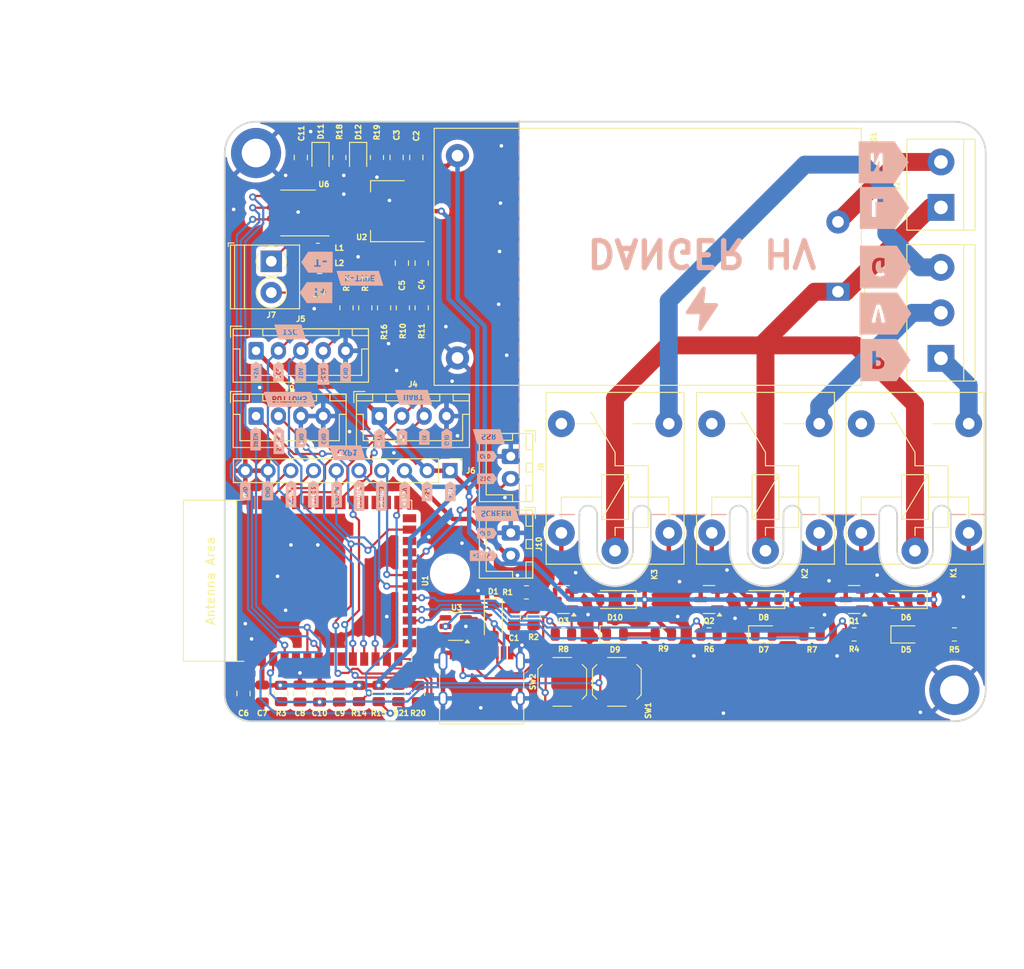
<source format=kicad_pcb>
(kicad_pcb (version 20240108) (generator "pcbnew") (generator_version "8.0")
  (title_block (title "Gaggimate Controller PCB") (date "2024-11-24") (rev "1.0"))
  (layers (0 "F.Cu" signal) (31 "B.Cu" signal) (34 "B.Paste" user) (35 "F.Paste" user) (36 "B.SilkS" user "B.Silkscreen") (37 "F.SilkS" user "F.Silkscreen") (38 "B.Mask" user) (39 "F.Mask" user) (44 "Edge.Cuts" user))
  (net 0 "")
  (net 1 "+5V")
  (net 2 "Net-(D1-A)")
  (net 3 "GND")
  (net 4 "Net-(J1-CC1)")
  (net 5 "/USB_DP")
  (net 7 "Net-(J1-CC2)")
  (net 9 "LINE")
  (net 10 "NEUT")
  (net 11 "/LINE_PUMP")
  (net 12 "/LINE_VALVE")
  (net 13 "/LINE_GRINDER")
  (net 15 "+3.3V")
  (net 16 "/CHIP_PU")
  (net 17 "/SPI_MISO")
  (net 18 "/SPI_MOSI")
  (net 19 "/SPI_CLK")
  (net 20 "/MAX_CS")
  (net 21 "/SCL")
  (net 22 "/SDA")
  (net 23 "/RELAY_PUMP")
  (net 26 "/RELAY_VALVE")
  (net 27 "/RELAY_GRINDER")
  (net 28 "/GPIO12")
  (net 29 "/GPIO13")
  (net 30 "/SSR")
  (net 31 "/GPIO41")
  (net 32 "/GPIO42")
  (net 33 "/GPIO47")
  (net 35 "/BOOT")
  (net 39 "/SDA2")
  (net 40 "/GPIO21")
  (net 41 "/GPIO40")
  (net 42 "/UART_RX0")
  (net 43 "/UART_TX0")
  (net 44 "/GPIO2")
  (net 45 "/GPIO1")
  (net 46 "Net-(D5-A)")
  (net 47 "Net-(D7-A)")
  (net 48 "Net-(D9-A)")
  (net 49 "Net-(D5-K)")
  (net 50 "Net-(D10-A)")
  (net 51 "Net-(Q1-B)")
  (net 52 "Net-(Q2-B)")
  (net 53 "Net-(Q3-B)")
  (net 56 "/USB_DN")
  (net 57 "/GPIO8")
  (net 58 "Net-(J7-Pin_1)")
  (net 59 "Net-(J7-Pin_2)")
  (net 60 "Net-(U6-T+)")
  (net 61 "Net-(U6-T-)")
  (net 62 "Net-(D11-K)")
  (net 63 "Net-(D12-K)")
  (net 64 "Net-(D7-K)")
  (net 65 "/BTN_BREW")
  (net 66 "/BTN_STEAM")
  (net 67 "/GPIO16")
  (net 68 "/GPIO15")
  (net 69 "/USB_UF_DP")
  (net 70 "/USB_UF_DN")
  (footprint "MountingHole:MountingHole_2.5mm" (layer "F.Cu") (at 186.86 76.6)
    (property "Reference" "REF**" (hide yes))
    (property "Value" "MountingHole_2.5mm" (hide yes))
  )
  (footprint "Button_Switch_SMD:SW_SPST_SKQG_WithStem" (layer "F.Cu") (at 205.5 88.7 -90)
    (property "Reference" "SW1")
    (property "Value" "SW_Push" (hide yes))
  )
  (footprint "Connector_JST:JST_XH_B2B-XH-A_1x02_P2.50mm_Vertical" (layer "F.Cu") (at 193.65 72.05 -90)
    (property "Reference" "J10")
    (property "Value" "Conn_01x02" (hide yes))
  )
  (footprint "Capacitor_SMD:C_0805_2012Metric" (layer "F.Cu") (at 180.9 30.1 90)
    (property "Reference" "C3")
    (property "Value" "0.1uF" (hide yes))
  )
  (footprint "Package_TO_SOT_SMD:SOT-23" (layer "F.Cu") (at 199.5375 79.5 180)
    (property "Reference" "Q3")
    (property "Value" "MMBT2222A" (hide yes))
  )
  (footprint "PCM_Espressif:ESP32-S3-WROOM-1" (layer "F.Cu") (at 172.84 77.4 90)
    (property "Reference" "U1")
    (property "Value" "ESP32-S3-WROOM-1" (hide yes))
  )
  (footprint "Relay_THT:Relay_SPDT_Finder_36.11" (layer "F.Cu") (at 238.8 74.05 90)
    (property "Reference" "K1")
    (property "Value" "Relay_SPDT" (hide yes))
  )
  (footprint "Fiducial:Fiducial_0.5mm_Mask1.5mm" (layer "F.Cu") (at 245.2 77.5)
    (property "Reference" "REF**" (hide yes))
    (property "Value" "Fiducial_0.5mm_Mask1.5mm" (hide yes))
  )
  (footprint "Button_Switch_SMD:SW_SPST_SKQG_WithStem" (layer "F.Cu") (at 199.4 88.7 -90)
    (property "Reference" "SW2")
    (property "Value" "SW_Push" (hide yes))
  )
  (footprint "Resistor_SMD:R_0805_2012Metric" (layer "F.Cu") (at 181.6 46.9 -90)
    (property "Reference" "R10")
    (property "Value" "10K" (hide yes))
  )
  (footprint "Resistor_SMD:R_0805_2012Metric" (layer "F.Cu") (at 175.3 46.9 -90)
    (property "Reference" "R12")
    (property "Value" "10K" (hide yes))
  )
  (footprint "LED_SMD:LED_0805_2012Metric" (layer "F.Cu") (at 176.6 30.1 -90)
    (property "Reference" "D12")
    (property "Value" "LED" (hide yes))
  )
  (footprint "LED_SMD:LED_0805_2012Metric" (layer "F.Cu") (at 237.8 83.4)
    (property "Reference" "D5")
    (property "Value" "LED" (hide yes))
  )
  (footprint "Capacitor_SMD:C_0805_2012Metric" (layer "F.Cu") (at 170.2 30.1 90)
    (property "Reference" "C11")
    (property "Value" "1uF" (hide yes))
  )
  (footprint "Connector_JST:JST_XH_B4B-XH-A_1x04_P2.50mm_Vertical" (layer "F.Cu") (at 165.2 59)
    (property "Reference" "J9")
    (property "Value" "Conn_01x04" (hide yes))
  )
  (footprint "Package_TO_SOT_SMD:SOT-23-6" (layer "F.Cu") (at 187.5 82.5 180)
    (property "Reference" "U3")
    (property "Value" "USBLC6-2SC6" (hide yes))
  )
  (footprint "TerminalBlock:TerminalBlock_bornier-3_P5.08mm" (layer "F.Cu") (at 241.7 52.54 90)
    (property "Reference" "J3")
    (property "Value" "Conn_01x03" (hide yes))
  )
  (footprint "Relay_THT:Relay_SPDT_Finder_36.11" (layer "F.Cu") (at 205.3 74.05 90)
    (property "Reference" "K3")
    (property "Value" "Relay_SPDT" (hide yes))
  )
  (footprint "Fiducial:Fiducial_0.5mm_Mask1.5mm" (layer "F.Cu") (at 179.5 40.9)
    (property "Reference" "REF**" (hide yes))
    (property "Value" "Fiducial_0.5mm_Mask1.5mm" (hide yes))
  )
  (footprint "Connector_JST:JST_XH_B5B-XH-A_1x05_P2.50mm_Vertical" (layer "F.Cu") (at 165.2 51.7)
    (property "Reference" "J5")
    (property "Value" "Conn_01x05" (hide yes))
  )
  (footprint "Resistor_SMD:R_0805_2012Metric" (layer "F.Cu") (at 210.7 83.4)
    (property "Reference" "R9")
    (property "Value" "150R" (hide yes))
  )
  (footprint "Package_TO_SOT_SMD:SOT-23" (layer "F.Cu") (at 215.8 79.5 180)
    (property "Reference" "Q2")
    (property "Value" "MMBT2222A" (hide yes))
  )
  (footprint "MountingHole:MountingHole_3.2mm_M3_DIN965_Pad_TopBottom" (layer "F.Cu") (at 165.2 29.6)
    (property "Reference" "H1" (hide yes))
    (property "Value" "MountingHole_Pad" (hide yes))
  )
  (footprint "Diode_SMD:D_SOD-123" (layer "F.Cu") (at 191.7 81.8 -90)
    (property "Reference" "D1")
    (property "Value" "1N5819" (hide yes))
  )
  (footprint "Capacitor_SMD:C_0805_2012Metric" (layer "F.Cu") (at 174.5 90 90)
    (property "Reference" "C9")
    (property "Value" "0.1uF" (hide yes))
  )
  (footprint "Resistor_SMD:R_0805_2012Metric" (layer "F.Cu") (at 178.7 30.1 -90)
    (property "Reference" "R19")
    (property "Value" "150R" (hide yes))
  )
  (footprint "Resistor_SMD:R_0805_2012Metric" (layer "F.Cu") (at 227.3 83.4)
    (property "Reference" "R7")
    (property "Value" "150R" (hide yes))
  )
  (footprint "Fiducial:Fiducial_0.5mm_Mask1.5mm" (layer "F.Cu") (at 163 33.6)
    (property "Reference" "REF**" (hide yes))
    (property "Value" "Fiducial_0.5mm_Mask1.5mm" (hide yes))
  )
  (footprint "Resistor_SMD:R_0805_2012Metric" (layer "F.Cu") (at 232 83.4 180)
    (property "Reference" "R4")
    (property "Value" "1K" (hide yes))
  )
  (footprint "Resistor_SMD:R_0805_2012Metric" (layer "F.Cu") (at 199.5375 83.4 180)
    (property "Reference" "R8")
    (property "Value" "1K" (hide yes))
  )
  (footprint "Resistor_SMD:R_0805_2012Metric" (layer "F.Cu") (at 178.9 90 -90)
    (property "Reference" "R15")
    (property "Value" "10K" (hide yes))
  )
  (footprint "TerminalBlock_Phoenix:TerminalBlock_Phoenix_PT-1,5-2-3.5-H_1x02_P3.50mm_Horizontal" (layer "F.Cu") (at 166.9 41.7 -90)
    (property "Reference" "J7")
    (property "Value" "Conn_01x02" (hide yes))
  )
  (footprint "Diode_SMD:D_SOD-123" (layer "F.Cu") (at 221.9 79.5 180)
    (property "Reference" "D8")
    (property "Value" "1N4148W" (hide yes))
  )
  (footprint "Package_SO:SOIC-8_3.9x4.9mm_P1.27mm" (layer "F.Cu") (at 169.9 36.3 180)
    (property "Reference" "U6")
    (property "Value" "MAX31855EASA" (hide yes))
  )
  (footprint "Connector_JST:JST_XH_B4B-XH-A_1x04_P2.50mm_Vertical" (layer "F.Cu") (at 178.97 59)
    (property "Reference" "J4")
    (property "Value" "Conn_01x04" (hide yes))
  )
  (footprint "Resistor_SMD:R_0805_2012Metric" (layer "F.Cu") (at 176.7 90 -90)
    (property "Reference" "R14")
    (property "Value" "10K" (hide yes))
  )
  (footprint "LED_SMD:LED_0805_2012Metric" (layer "F.Cu") (at 172.4 30.1 -90)
    (property "Reference" "D11")
    (property "Value" "LED" (hide yes))
  )
  (footprint "Capacitor_SMD:C_0805_2012Metric" (layer "F.Cu") (at 172.3 90 90)
    (property "Reference" "C10")
    (property "Value" "0.1uF" (hide yes))
  )
  (footprint "MountingHole:MountingHole_3.2mm_M3_DIN965_Pad_TopBottom" (layer "F.Cu") (at 243.2 89.6)
    (property "Reference" "H1" (hide yes))
    (property "Value" "MountingHole_Pad" (hide yes))
  )
  (footprint "Package_TO_SOT_SMD:SOT-23" (layer "F.Cu") (at 232 79.5 180)
    (property "Reference" "Q1")
    (property "Value" "MMBT2222A" (hide yes))
  )
  (footprint "Resistor_SMD:R_0805_2012Metric" (layer "F.Cu") (at 215.8 83.4 180)
    (property "Reference" "R6")
    (property "Value" "1K" (hide yes))
  )
  (footprint "Capacitor_SMD:C_0805_2012Metric" (layer "F.Cu") (at 194 81.5 -90)
    (property "Reference" "C1")
    (property "Value" "10uF" (hide yes))
  )
  (footprint "Diode_SMD:D_SOD-123" (layer "F.Cu") (at 205.3 79.5 180)
    (property "Reference" "D10")
    (property "Value" "1N4148W" (hide yes))
  )
  (footprint "Connector_USB:USB_C_Receptacle_HRO_TYPE-C-31-M-12" (layer "F.Cu") (at 190.4 89.5)
    (property "Reference" "J1" (hide yes))
    (property "Value" "USB_C_Receptacle" (hide yes))
  )
  (footprint "Capacitor_SMD:C_0805_2012Metric" (layer "F.Cu") (at 163.8 90 -90)
    (property "Reference" "C6")
    (property "Value" "10uF" (hide yes))
  )
  (footprint "Resistor_SMD:R_0805_2012Metric" (layer "F.Cu") (at 177.4 46.9 -90)
    (property "Reference" "R13")
    (property "Value" "10K" (hide yes))
  )
  (footprint "Converter_ACDC:Converter_ACDC_HiLink_HLK-10Mxx" (layer "F.Cu") (at 230.2 45.1 180)
    (property "Reference" "PS1")
    (property "Value" "HLK-10M05" (hide yes))
  )
  (footprint "Capacitor_SMD:C_0805_2012Metric" (layer "F.Cu") (at 183.7 41.9 -90)
    (property "Reference" "C4")
    (property "Value" "22uF" (hide yes))
  )
  (footprint "Resistor_SMD:R_0805_2012Metric" (layer "F.Cu") (at 195.4 78.7)
    (property "Reference" "R1")
    (property "Value" "5.1K" (hide yes))
  )
  (footprint "Inductor_SMD:L_0603_1608Metric" (layer "F.Cu") (at 172.1 41.9)
    (property "Reference" "L2")
    (property "Value" "470R" (hide yes))
  )
  (footprint "Resistor_SMD:R_0805_2012Metric" (layer "F.Cu") (at 183.7 46.9 -90)
    (property "Reference" "R11")
    (property "Value" "10K" (hide yes))
  )
  (footprint "Resistor_SMD:R_0805_2012Metric" (layer "F.Cu") (at 179.5 46.9 -90)
    (property "Reference" "R16")
    (property "Value" "10K" (hide yes))
  )
  (footprint "Connector_JST:JST_XH_B2B-XH-A_1x02_P2.50mm_Vertical" (layer "F.Cu") (at 193.65 63.5 -90)
    (property "Reference" "J8")
    (property "Value" "Conn_01x02" (hide yes))
  )
  (footprint "Resistor_SMD:R_0805_2012Metric" (layer "F.Cu") (at 181.1 90 -90)
    (property "Reference" "R21")
    (property "Value" "10K" (hide yes))
  )
  (footprint "Resistor_SMD:R_0805_2012Metric" (layer "F.Cu") (at 183.3 90.0125 -90)
    (property "Reference" "R20")
    (property "Value" "10K" (hide yes))
  )
  (footprint "Resistor_SMD:R_0805_2012Metric" (layer "F.Cu") (at 196.2 81.5 -90)
    (property "Reference" "R2")
    (property "Value" "5.1K" (hide yes))
  )
  (footprint "Connector_PinHeader_2.54mm:PinHeader_1x10_P2.54mm_Vertical" (layer "F.Cu") (at 186.86 65.1 -90)
    (property "Reference" "J6")
    (property "Value" "Conn_01x10" (hide yes))
  )
  (footprint "Capacitor_SMD:C_0805_2012Metric" (layer "F.Cu") (at 183.1 30.1 90)
    (property "Reference" "C2")
    (property "Value" "10uF" (hide yes))
  )
  (footprint "Capacitor_SMD:C_0805_2012Metric" (layer "F.Cu") (at 170.1 90 90)
    (property "Reference" "C8")
    (property "Value" "1uF" (hide yes))
  )
  (footprint "LED_SMD:LED_0805_2012Metric" (layer "F.Cu") (at 221.9 83.4)
    (property "Reference" "D7")
    (property "Value" "LED" (hide yes))
  )
  (footprint "TerminalBlock:TerminalBlock_bornier-2_P5.08mm" (layer "F.Cu") (at 241.7 35.68 90)
    (property "Reference" "J2")
    (property "Value" "Conn_01x02" (hide yes))
  )
  (footprint "Capacitor_SMD:C_0805_2012Metric" (layer "F.Cu") (at 181.49 41.9 -90)
    (property "Reference" "C5")
    (property "Value" "0.1uF" (hide yes))
  )
  (footprint "Capacitor_SMD:C_0805_2012Metric" (layer "F.Cu") (at 165.89 90 -90)
    (property "Reference" "C7")
    (property "Value" "0.1uF" (hide yes))
  )
  (footprint "Package_TO_SOT_SMD:SOT-223-3_TabPin2" (layer "F.Cu") (at 179.9 36.1 180)
    (property "Reference" "U2")
    (property "Value" "AMS1117-3.3" (hide yes))
  )
  (footprint "Resistor_SMD:R_0805_2012Metric" (layer "F.Cu") (at 243.2 83.4)
    (property "Reference" "R5")
    (property "Value" "150R" (hide yes))
  )
  (footprint "Relay_THT:Relay_SPDT_Finder_36.11" (layer "F.Cu") (at 222.1 74.05 90)
    (property "Reference" "K2")
    (property "Value" "Relay_SPDT" (hide yes))
  )
  (footprint "LED_SMD:LED_0805_2012Metric" (layer "F.Cu") (at 205.3 83.4)
    (property "Reference" "D9")
    (property "Value" "LED" (hide yes))
  )
  (footprint "Resistor_SMD:R_0805_2012Metric" (layer "F.Cu") (at 168 90 -90)
    (property "Reference" "R3")
    (property "Value" "10K" (hide yes))
  )
  (footprint "Diode_SMD:D_SOD-123" (layer "F.Cu") (at 237.8 79.5 180)
    (property "Reference" "D6")
    (property "Value" "1N4148W" (hide yes))
  )
  (footprint "Inductor_SMD:L_0603_1608Metric" (layer "F.Cu") (at 172.1 40.2)
    (property "Reference" "L1")
    (property "Value" "470R" (hide yes))
  )
  (footprint "Resistor_SMD:R_0805_2012Metric" (layer "F.Cu") (at 174.5 30.1 -90)
    (property "Reference" "R18")
    (property "Value" "68R" (hide yes))
  )
  (footprint "Capacitor_SMD:C_0805_2012Metric" (layer "F.Cu") (at 172.3 43.8)
    (property "Reference" "C14")
    (property "Value" "10nF" (hide yes))
  )
  (footprint "kibuzzard-6732266F" (layer "B.Cu") (at 169.1 67.7 90)
    (property "Reference" "kibuzzard-6732266F" (hide yes))
    (property "Value" "G***" (hide yes))
  )
  (footprint "kibuzzard-67322650" (layer "B.Cu") (at 186.9 67.4 90)
    (property "Reference" "kibuzzard-67322650" (hide yes))
    (property "Value" "G***" (hide yes))
  )
  (footprint "kibuzzard-67322749" (layer "B.Cu") (at 192 69.9)
    (property "Reference" "kibuzzard-67322749" (hide yes))
    (property "Value" "G***" (hide yes))
  )
  (footprint "kibuzzard-67322796" (layer "B.Cu") (at 235.5 42.34)
    (property "Reference" "kibuzzard-67322796" (hide yes))
    (property "Value" "G***" (hide yes))
  )
  (footprint "kibuzzard-6735A9FB" (layer "B.Cu") (at 235.3 30.64)
    (property "Reference" "kibuzzard-6735A9FB" (hide yes))
    (property "Value" "G***" (hide yes))
  )
  (footprint "kibuzzard-67322681" (layer "B.Cu") (at 171.6 67.7 90)
    (property "Reference" "kibuzzard-67322681" (hide yes))
    (property "Value" "G***" (hide yes))
  )
  (footprint "kibuzzard-6732279D" (layer "B.Cu") (at 235.5 52.74)
    (property "Reference" "kibuzzard-6732279D" (hide yes))
    (property "Value" "G***" (hide yes))
  )
  (footprint "kibuzzard-67322755" (layer "B.Cu") (at 169 49.6)
    (property "Reference" "kibuzzard-67322755" (hide yes))
    (property "Value" "G***" (hide yes))
  )
  (footprint "kibuzzard-6735A9F6" (layer "B.Cu") (at 235.4 35.74)
    (property "Reference" "kibuzzard-6735A9F6" (hide yes))
    (property "Value" "G***" (hide yes))
  )
  (footprint "kibuzzard-673226D2" (layer "B.Cu") (at 191 66)
    (property "Reference" "kibuzzard-673226D2" (hide yes))
    (property "Value" "G***" (hide yes))
  )
  (footprint "kibuzzard-67322649" (layer "B.Cu") (at 166.5 67.3 90)
    (property "Reference" "kibuzzard-67322649" (hide yes))
    (property "Value" "G***" (hide yes))
  )
  (footprint "kibuzzard-6732270D" (layer "B.Cu") (at 181.5 61.3 90)
    (property "Reference" "kibuzzard-6732270D" (hide yes))
    (property "Value" "G***" (hide yes))
  )
  (footprint "kibuzzard-67322649" (layer "B.Cu") (at 172.75 61.325 90)
    (property "Reference" "kibuzzard-67322649" (hide yes))
    (property "Value" "G***" (hide yes))
  )
  (footprint "kibuzzard-673226BE" (layer "B.Cu") (at 167.75 61.725 90)
    (property "Reference" "kibuzzard-673226BE" (hide yes))
    (property "Value" "G***" (hide yes))
  )
  (footprint "kibuzzard-67322833" (layer "B.Cu") (at 191.2 61.3)
    (property "Reference" "kibuzzard-67322833" (hide yes))
    (property "Value" "G***" (hide yes))
  )
  (footprint "kibuzzard-67426AC2" (layer "B.Cu") (at 172.7 54.2 90)
    (property "Reference" "kibuzzard-67426AC2" (hide yes))
    (property "Value" "G***" (hide yes))
  )
  (footprint "kibuzzard-67322650" (layer "B.Cu") (at 165.2 54 90)
    (property "Reference" "kibuzzard-67322650" (hide yes))
    (property "Value" "G***" (hide yes))
  )
  (footprint "kibuzzard-67322650" (layer "B.Cu") (at 184.3 67.4 90)
    (property "Reference" "kibuzzard-67322650" (hide yes))
    (property "Value" "G***" (hide yes))
  )
  (footprint "kibuzzard-6732277B" (layer "B.Cu") (at 175.4 63.1)
    (property "Reference" "kibuzzard-6732277B" (hide yes))
    (property "Value" "G***" (hide yes))
  )
  (footprint "kibuzzard-67322649" (layer "B.Cu") (at 164 67.3 90)
    (property "Reference" "kibuzzard-67322649" (hide yes))
    (property "Value" "G***" (hide yes))
  )
  (footprint "kibuzzard-67322783" (layer "B.Cu") (at 176.8 43.6)
    (property "Reference" "kibuzzard-67322783" (hide yes))
    (property "Value" "G***" (hide yes))
  )
  (footprint "kibuzzard-67322575" (layer "B.Cu") (at 172 41.8)
    (property "Reference" "kibuzzard-67322575" (hide yes))
    (property "Value" "G***" (hide yes))
  )
  (footprint "kibuzzard-673226A8" (layer "B.Cu") (at 179.2 67.870338 90)
    (property "Reference" "kibuzzard-673226A8" (hide yes))
    (property "Value" "G***" (hide yes))
  )
  (footprint "kibuzzard-67322649" (layer "B.Cu") (at 191 63.5)
    (property "Reference" "kibuzzard-67322649" (hide yes))
    (property "Value" "G***" (hide yes))
  )
  (footprint "kibuzzard-67322686" (layer "B.Cu") (at 174.2 67.7 90)
    (property "Reference" "kibuzzard-67322686" (hide yes))
    (property "Value" "G***" (hide yes))
  )
  (footprint "kibuzzard-67322649" (layer "B.Cu") (at 186.5 61.5 90)
    (property "Reference" "kibuzzard-67322649" (hide yes))
    (property "Value" "G***" (hide yes))
  )
  (footprint "kibuzzard-673226A0" (layer "B.Cu") (at 176.7 67.870338 90)
    (property "Reference" "kibuzzard-673226A0" (hide yes))
    (property "Value" "G***" (hide yes))
  )
  (footprint "kibuzzard-67322714" (layer "B.Cu") (at 184 61.3 90)
    (property "Reference" "kibuzzard-67322714" (hide yes))
    (property "Value" "G***" (hide yes))
  )
  (footprint "kibuzzard-67322649" (layer "B.Cu") (at 191 72.1)
    (property "Reference" "kibuzzard-67322649" (hide yes))
    (property "Value" "G***" (hide yes))
  )
  (footprint "kibuzzard-67322768" (layer "B.Cu") (at 168.95 57.125)
    (property "Reference" "kibuzzard-67322768" (hide yes))
    (property "Value" "G***" (hide yes))
  )
  (footprint "kibuzzard-6732257B" (layer "B.Cu") (at 171.9 45.2)
    (property "Reference" "kibuzzard-6732257B" (hide yes))
    (property "Value" "G***" (hide yes))
  )
  (footprint "kibuzzard-673226B7" (layer "B.Cu") (at 165.15 61.525 90)
    (property "Reference" "kibuzzard-673226B7" (hide yes))
    (property "Value" "G***" (hide yes))
  )
  (footprint "kibuzzard-673226AF" (layer "B.Cu") (at 190.6 74.6)
    (property "Reference" "kibuzzard-673226AF" (hide yes))
    (property "Value" "G***" (hide yes))
  )
  (footprint "kibuzzard-673226AF" (layer "B.Cu") (at 181.8 67.8 90)
    (property "Reference" "kibuzzard-673226AF" (hide yes))
    (property "Value" "G***" (hide yes))
  )
  (footprint "kibuzzard-6732261A" (layer "B.Cu") (at 167.7 54 90)
    (property "Reference" "kibuzzard-6732261A" (hide yes))
    (property "Value" "G***" (hide yes))
  )
  (footprint "kibuzzard-6732274F" (layer "B.Cu") (at 182.8 56.9)
    (property "Reference" "kibuzzard-6732274F" (hide yes))
    (property "Value" "G***" (hide yes))
  )
  (footprint "kibuzzard-67322655" (layer "B.Cu") (at 170.2 54 90)
    (property "Reference" "kibuzzard-67322655" (hide yes))
    (property "Value" "G***" (hide yes))
  )
  (footprint "kibuzzard-67322649" (layer "B.Cu") (at 175.2 54 90)
    (property "Reference" "kibuzzard-67322649" (hide yes))
    (property "Value" "G***" (hide yes))
  )
  (footprint "kibuzzard-67322650" (layer "B.Cu") (at 179 61.5 90)
    (property "Reference" "kibuzzard-67322650" (hide yes))
    (property "Value" "G***" (hide yes))
  )
  (footprint "kibuzzard-6732278E" (layer "B.Cu") (at 235.5 47.54)
    (property "Reference" "kibuzzard-6732278E" (hide yes))
    (property "Value" "G***" (hide yes))
  )
  (footprint "kibuzzard-67322649" (layer "B.Cu") (at 170.25 61.325 90)
    (property "Reference" "kibuzzard-67322649" (hide yes))
    (property "Value" "G***" (hide yes))
  )
  (gr_line (start 194.6 26) (end 194.6 70) (stroke (width 0.15) (type dash)) (layer "B.SilkS"))
  (gr_line (start 194.6 70) (end 201.4 70) (stroke (width 0.15) (type dash)) (layer "B.SilkS"))
  (gr_line (start 209.3 70) (end 218.1 70) (stroke (width 0.15) (type dash)) (layer "B.SilkS"))
  (gr_poly (pts (xy 214.787159 49.483257) (xy 214.777837 49.482558) (xy 214.768515 49.481466) (xy 214.759203 49.479979) (xy 214.749914 49.478092) (xy 214.740658 49.475802) (xy 214.731447 49.473105) (xy 214.722292 49.469998) (xy 214.71364 49.466583) (xy 214.705191 49.462842) (xy 214.696951 49.458786) (xy 214.688927 49.454422) (xy 214.681124 49.44976) (xy 214.673548 49.444808) (xy 214.666205 49.439577) (xy 214.659101 49.434074) (xy 214.652242 49.42831) (xy 214.645633 49.422292) (xy 214.63928 49.416031) (xy 214.63319 49.409535) (xy 214.627368 49.402813) (xy 214.621821 49.395874) (xy 214.616553 49.388727) (xy 214.611571 49.381382) (xy 214.606881 49.373847) (xy 214.602488 49.366132) (xy 214.598399 49.358245) (xy 214.594619 49.350195) (xy 214.591155 49.341992) (xy 214.588012 49.333645) (xy 214.585196 49.325162) (xy 214.582712 49.316553) (xy 214.580568 49.307827) (xy 214.578768 49.298992) (xy 214.577319 49.290059) (xy 214.576226 49.281035) (xy 214.575496 49.27193) (xy 214.575133 49.262753) (xy 214.575145 49.253514) (xy 214.575537 49.24422) (xy 214.749386 47.632166) (xy 213.419554 47.632166) (xy 213.403969 47.631653) (xy 213.388587 47.630085) (xy 213.373454 47.627488) (xy 213.358616 47.623889) (xy 213.344116 47.619316) (xy 213.33 47.613796) (xy 213.316313 47.607355) (xy 213.303101 47.600021) (xy 213.290409 47.591821) (xy 213.278281 47.582782) (xy 213.266762 47.572931) (xy 213.255898 47.562294) (xy 213.245734 47.5509) (xy 213.236315 47.538774) (xy 213.227686 47.525945) (xy 213.219892 47.512438) (xy 213.213046 47.498428) (xy 213.207227 47.484103) (xy 213.202434 47.469516) (xy 213.198663 47.45472) (xy 213.195912 47.439767) (xy 213.194178 47.42471) (xy 213.193458 47.409601) (xy 213.19375 47.394493) (xy 213.19505 47.379438) (xy 213.197356 47.364488) (xy 213.200665 47.349697) (xy 213.204974 47.335117) (xy 213.210281 47.3208) (xy 213.216582 47.306798) (xy 213.223876 47.293165) (xy 213.232159 47.279953) (xy 215.013546 44.615775) (xy 215.021756 44.604405) (xy 215.030592 44.593638) (xy 215.040021 44.583493) (xy 215.050007 44.573988) (xy 215.060518 44.565141) (xy 215.071518 44.556971) (xy 215.082974 44.549494) (xy 215.094852 44.54273) (xy 215.107116 44.536696) (xy 215.119734 44.531411) (xy 215.132671 44.526892) (xy 215.145892 44.523158) (xy 215.159364 44.520227) (xy 215.173052 44.518117) (xy 215.186923 44.516847) (xy 215.200941 44.516433) (xy 215.205847 44.516492) (xy 215.210747 44.516658) (xy 215.215638 44.51693) (xy 215.220519 44.517307) (xy 215.225389 44.51779) (xy 215.230246 44.518378) (xy 215.235087 44.519071) (xy 215.239912 44.519869) (xy 215.244719 44.520771) (xy 215.249505 44.521777) (xy 215.254269 44.522886) (xy 215.259011 44.5241) (xy 215.263726 44.525416) (xy 215.268415 44.526835) (xy 215.273075 44.528356) (xy 215.277705 44.52998) (xy 215.286755 44.533514) (xy 215.29558 44.537401) (xy 215.304176 44.541632) (xy 215.312534 44.546196) (xy 215.32065 44.551082) (xy 215.328516 44.556281) (xy 215.336127 44.561781) (xy 215.343475 44.567573) (xy 215.350554 44.573645) (xy 215.357359 44.579989) (xy 215.363882 44.586593) (xy 215.370117 44.593447) (xy 215.376057 44.60054) (xy 215.381697 44.607863) (xy 215.38703 44.615404) (xy 215.392048 44.623154) (xy 215.396747 44.631102) (xy 215.40112 44.639238) (xy 215.405159 44.647551) (xy 215.40886 44.656031) (xy 215.412214 44.664668) (xy 215.415217 44.673451) (xy 215.41786 44.68237) (xy 215.420139 44.691415) (xy 215.422047 44.700575) (xy 215.423576 44.709839) (xy 215.424722 44.719198) (xy 215.425477 44.728641) (xy 215.425834 44.738158) (xy 215.425789 44.747738) (xy 215.425333 44.757371) (xy 215.424461 44.767047) (xy 215.250612 46.367811) (xy 216.580443 46.367811) (xy 216.596029 46.368324) (xy 216.61141 46.369893) (xy 216.626543 46.37249) (xy 216.641382 46.376089) (xy 216.655882 46.380661) (xy 216.669998 46.386182) (xy 216.683684 46.392622) (xy 216.696896 46.399956) (xy 216.709589 46.408156) (xy 216.721717 46.417195) (xy 216.733235 46.427047) (xy 216.744099 46.437683) (xy 216.754263 46.449078) (xy 216.763682 46.461203) (xy 216.772311 46.474033) (xy 216.780105 46.487539) (xy 216.786952 46.50155) (xy 216.79277 46.515875) (xy 216.797563 46.530461) (xy 216.801334 46.545257) (xy 216.804085 46.56021) (xy 216.805819 46.575268) (xy 216.806539 46.590377) (xy 216.806248 46.605485) (xy 216.804948 46.62054) (xy 216.802642 46.635489) (xy 216.799333 46.65028) (xy 216.795024 46.664861) (xy 216.789717 46.679178) (xy 216.783415 46.693179) (xy 216.776122 46.706812) (xy 216.767839 46.720024) (xy 214.986452 49.384202) (xy 214.98087 49.392096) (xy 214.975002 49.39969) (xy 214.968858 49.406982) (xy 214.96245 49.413967) (xy 214.955789 49.420642) (xy 214.948887 49.427003) (xy 214.941756 49.433046) (xy 214.934406 49.438768) (xy 214.92685 49.444164) (xy 214.919098 49.449232) (xy 214.911162 49.453967) (xy 214.903054 49.458366) (xy 214.894785 49.462425) (xy 214.886366 49.46614) (xy 214.877809 49.469508) (xy 214.869125 49.472524) (xy 214.860326 49.475186) (xy 214.851424 49.477489) (xy 214.842428 49.479429) (xy 214.833352 49.481004) (xy 214.824207 49.482209) (xy 214.815003 49.483041) (xy 214.805753 49.483495) (xy 214.796468 49.483568)) (stroke (width -0.000001)) (fill solid) (layer "B.SilkS"))
  (gr_line (start 226.1 70) (end 234.8 70) (stroke (width 0.15) (type dash)) (layer "B.SilkS"))
  (gr_line (start 242.8 70) (end 246.7 70) (stroke (width 0.15) (type dash)) (layer "B.SilkS"))
  (gr_arc (start 234.8 70) (mid 235.092893 69.292893) (end 235.8 69) (stroke (width 0.2)) (layer "Edge.Cuts"))
  (gr_arc (start 207.3 74) (mid 205.3 76) (end 203.3 74) (stroke (width 0.2)) (layer "Edge.Cuts"))
  (gr_line (start 218.1 70) (end 218.1 74) (stroke (width 0.2)) (layer "Edge.Cuts"))
  (gr_arc (start 246.7 89.6) (mid 245.674874 92.074873) (end 243.2 93.1) (stroke (width 0.2)) (layer "Edge.Cuts"))
  (gr_arc (start 241.8 69) (mid 242.507107 69.292893) (end 242.8 70) (stroke (width 0.2)) (layer "Edge.Cuts"))
  (gr_arc (start 207.3 70) (mid 207.592893 69.292893) (end 208.3 69) (stroke (width 0.2)) (layer "Edge.Cuts"))
  (gr_line (start 161.7 29.6) (end 161.7 90.1) (stroke (width 0.2)) (layer "Edge.Cuts"))
  (gr_line (start 220.1 74) (end 220.1 70) (stroke (width 0.2)) (layer "Edge.Cuts"))
  (gr_arc (start 164.7 93.1) (mid 162.578679 92.221321) (end 161.7 90.1) (stroke (width 0.2)) (layer "Edge.Cuts"))
  (gr_arc (start 202.3 69) (mid 203.007107 69.292893) (end 203.3 70) (stroke (width 0.2)) (layer "Edge.Cuts"))
  (gr_arc (start 240.8 74) (mid 238.8 76) (end 236.8 74) (stroke (width 0.2)) (layer "Edge.Cuts"))
  (gr_arc (start 201.3 70) (mid 201.592893 69.292893) (end 202.3 69) (stroke (width 0.2)) (layer "Edge.Cuts"))
  (gr_arc (start 226.1 74) (mid 224.928427 76.828427) (end 222.1 78) (stroke (width 0.2)) (layer "Edge.Cuts"))
  (gr_line (start 201.3 70) (end 201.3 74) (stroke (width 0.2)) (layer "Edge.Cuts"))
  (gr_line (start 207.3 74) (end 207.3 70) (stroke (width 0.2)) (layer "Edge.Cuts"))
  (gr_line (start 209.3 74) (end 209.3 70) (stroke (width 0.2)) (layer "Edge.Cuts"))
  (gr_arc (start 205.3 78) (mid 202.471573 76.828427) (end 201.3 74) (stroke (width 0.2)) (layer "Edge.Cuts"))
  (gr_arc (start 222.1 78) (mid 219.271573 76.828427) (end 218.1 74) (stroke (width 0.2)) (layer "Edge.Cuts"))
  (gr_line (start 236.8 74) (end 236.8 70) (stroke (width 0.2)) (layer "Edge.Cuts"))
  (gr_arc (start 242.8 74) (mid 241.628427 76.828427) (end 238.8 78) (stroke (width 0.2)) (layer "Edge.Cuts"))
  (gr_arc (start 238.8 78) (mid 235.971573 76.828427) (end 234.8 74) (stroke (width 0.2)) (layer "Edge.Cuts"))
  (gr_line (start 246.7 89.6) (end 246.7 29.6) (stroke (width 0.2)) (layer "Edge.Cuts"))
  (gr_arc (start 209.3 74) (mid 208.128427 76.828427) (end 205.3 78) (stroke (width 0.2)) (layer "Edge.Cuts"))
  (gr_line (start 240.8 74) (end 240.8 70) (stroke (width 0.2)) (layer "Edge.Cuts"))
  (gr_arc (start 240.8 70) (mid 241.092893 69.292893) (end 241.8 69) (stroke (width 0.2)) (layer "Edge.Cuts"))
  (gr_line (start 164.7 93.1) (end 243.2 93.1) (stroke (width 0.2)) (layer "Edge.Cuts"))
  (gr_arc (start 243.2 26.1) (mid 245.674873 27.125126) (end 246.7 29.6) (stroke (width 0.2)) (layer "Edge.Cuts"))
  (gr_arc (start 208.3 69) (mid 209.007107 69.292893) (end 209.3 70) (stroke (width 0.2)) (layer "Edge.Cuts"))
  (gr_line (start 203.3 74) (end 203.3 70) (stroke (width 0.2)) (layer "Edge.Cuts"))
  (gr_arc (start 235.8 69) (mid 236.507107 69.292893) (end 236.8 70) (stroke (width 0.2)) (layer "Edge.Cuts"))
  (gr_arc (start 219.1 69) (mid 219.807107 69.292893) (end 220.1 70) (stroke (width 0.2)) (layer "Edge.Cuts"))
  (gr_arc (start 224.1 74) (mid 222.1 76) (end 220.1 74) (stroke (width 0.2)) (layer "Edge.Cuts"))
  (gr_line (start 242.8 74) (end 242.8 70) (stroke (width 0.2)) (layer "Edge.Cuts"))
  (gr_arc (start 224.1 70) (mid 224.392893 69.292893) (end 225.1 69) (stroke (width 0.2)) (layer "Edge.Cuts"))
  (gr_line (start 224.1 74) (end 224.1 70) (stroke (width 0.2)) (layer "Edge.Cuts"))
  (gr_line (start 226.1 74) (end 226.1 70) (stroke (width 0.2)) (layer "Edge.Cuts"))
  (gr_arc (start 218.1 70) (mid 218.392893 69.292893) (end 219.1 69) (stroke (width 0.2)) (layer "Edge.Cuts"))
  (gr_arc (start 225.1 69) (mid 225.807107 69.292893) (end 226.1 70) (stroke (width 0.2)) (layer "Edge.Cuts"))
  (gr_arc (start 161.7 29.6) (mid 162.725126 27.125127) (end 165.2 26.1) (stroke (width 0.2)) (layer "Edge.Cuts"))
  (gr_line (start 243.2 26.1) (end 165.2 26.1) (stroke (width 0.2)) (layer "Edge.Cuts"))
  (gr_line (start 234.8 70) (end 234.8 74) (stroke (width 0.2)) (layer "Edge.Cuts"))
  (gr_text "DANGER HV" (at 215 39 180) (layer "B.SilkS") (effects (font (size 3 3) (thickness 0.6) (bold yes)) (justify bottom mirror)))
  (segment (start 177.3 33.4) (end 180.5 33.4) (width 0.5) (layer "F.Cu") (net 1))
  (segment (start 206.95 79.5) (end 208.6 79.5) (width 0.5) (layer "F.Cu") (net 1))
  (segment (start 211.3 75.9125) (end 211.3 72.05) (width 0.5) (layer "F.Cu") (net 1))
  (segment (start 178.97 59) (end 175.67 55.7) (width 0.5) (layer "F.Cu") (net 1))
  (segment (start 189 68) (end 189 67.24) (width 0.5) (layer "F.Cu") (net 1))
  (segment (start 180.5 33.4) (end 180.9 33) (width 0.5) (layer "F.Cu") (net 1))
  (segment (start 223.55 79.5) (end 225 79.5) (width 0.5) (layer "F.Cu") (net 1))
  (segment (start 225 79.5) (end 225 80.1875) (width 0.5) (layer "F.Cu") (net 1))
  (segment (start 225 79.5) (end 225 78.8125) (width 0.5) (layer "F.Cu") (net 1))
  (segment (start 176.6 31.0375) (end 176.6 32.7) (width 0.5) (layer "F.Cu") (net 1))
  (segment (start 208.6 79.5) (end 208.6 78.6125) (width 0.5) (layer "F.Cu") (net 1))
  (segment (start 183.1 31.05) (end 186.55 31.05) (width 0.5) (layer "F.Cu") (net 1))
  (segment (start 175.67 55.7) (end 169.2 55.7) (width 0.5) (layer "F.Cu") (net 1))
  (segment (start 180.9 31.05) (end 183.1 31.05) (width 0.5) (layer "F.Cu") (net 1))
  (segment (start 189 67.24) (end 186.86 65.1) (width 0.5) (layer "F.Cu") (net 1))
  (segment (start 240.9 78.8125) (end 244.8 74.9125) (width 0.5) (layer "F.Cu") (net 1))
  (segment (start 183.05 33.8) (end 183.05 31.1) (width 0.5) (layer "F.Cu") (net 1))
  (segment (start 193.6 80.15) (end 194 80.55) (width 0.5) (layer "F.Cu") (net 1))
  (segment (start 240.9 79.5) (end 240.9 80.1875) (width 0.5) (layer "F.Cu") (net 1))
  (segment (start 176.6 32.7) (end 177.3 33.4) (width 0.5) (layer "F.Cu") (net 1))
  (segment (start 183.05 31.1) (end 183.1 31.05) (width 0.5) (layer "F.Cu") (net 1))
  (segment (start 239.45 79.5) (end 240.9 79.5) (width 0.5) (layer "F.Cu") (net 1))
  (segment (start 240.9 79.5) (end 240.9 78.8125) (width 0.5) (layer "F.Cu") (net 1))
  (segment (start 225 80.1875) (end 228.2125 83.4) (width 0.5) (layer "F.Cu") (net 1))
  (segment (start 208.6 80.3875) (end 211.6125 83.4) (width 0.5) (layer "F.Cu") (net 1))
  (segment (start 225 78.8125) (end 228.1 75.7125) (width 0.5) (layer "F.Cu") (net 1))
  (segment (start 240.9 80.1875) (end 244.1125 83.4) (width 0.5) (layer "F.Cu") (net 1))
  (segment (start 191.7 80.15) (end 193.6 80.15) (width 0.5) (layer "F.Cu") (net 1))
  (segment (start 169.2 55.7) (end 165.2 51.7) (width 0.5) (layer "F.Cu") (net 1))
  (segment (start 208.6 78.6125) (end 211.3 75.9125) (width 0.5) (layer "F.Cu") (net 1))
  (segment (start 208.6 79.5) (end 208.6 80.3875) (width 0.5) (layer "F.Cu") (net 1))
  (segment (start 191 74) (end 191 79.45) (width 0.5) (layer "F.Cu") (net 1))
  (segment (start 244.8 74.9125) (end 244.8 72.05) (width 0.5) (layer "F.Cu") (net 1))
  (segment (start 180.9 33) (end 180.9 31.05) (width 0.5) (layer "F.Cu") (net 1))
  (segment (start 228.1 75.7125) (end 228.1 72.55) (width 0.5) (layer "F.Cu") (net 1))
  (segment (start 186.55 31.05) (end 187.7 29.9) (width 0.5) (layer "F.Cu") (net 1))
  (segment (start 184.32 65.1) (end 186.86 65.1) (width 0.5) (layer "F.Cu") (net 1))
  (segment (start 191 79.45) (end 191.7 80.15) (width 0.5) (layer "F.Cu") (net 1))
  (via (at 225 79.5) (size 0.8) (drill 0.4) (layers "F.Cu" "B.Cu") (net 1))
  (via (at 208.6 79.5) (size 0.8) (drill 0.4) (layers "F.Cu" "B.Cu") (net 1))
  (via (at 191 74) (size 0.8) (drill 0.4) (layers "F.Cu" "B.Cu") (net 1))
  (via (at 240.9 79.5) (size 0.8) (drill 0.4) (layers "F.Cu" "B.Cu") (net 1))
  (via (at 189 68) (size 0.8) (drill 0.4) (layers "F.Cu" "B.Cu") (net 1))
  (segment (start 189 68) (end 189 67.08995) (width 0.5) (layer "B.Cu") (net 1))
  (segment (start 187.7 45.9) (end 187.7 29.9) (width 0.5) (layer "B.Cu") (net 1))
  (segment (start 178.97 59.75) (end 178.97 59.075) (width 0.5) (layer "B.Cu") (net 1))
  (segment (start 191 74) (end 189 72) (width 0.5) (layer "B.Cu") (net 1))
  (segment (start 191 74) (end 192.5 75.5) (width 0.5) (layer "B.Cu") (net 1))
  (segment (start 225 79.5) (end 208.6 79.5) (width 0.5) (layer "B.Cu") (net 1))
  (segment (start 190.7495 65.1) (end 190.7495 48.9495) (width 0.5) (layer "B.Cu") (net 1))
  (segment (start 189 67.08995) (end 190.7495 65.34045) (width 0.5) (layer "B.Cu") (net 1))
  (segment (start 189 72) (end 189 68) (width 0.5) (layer "B.Cu") (net 1))
  (segment (start 190.7495 48.9495) (end 187.7 45.9) (width 0.5) (layer "B.Cu") (net 1))
  (segment (start 190.7495 65.34045) (end 190.7495 65.1) (width 0.5) (layer "B.Cu") (net 1))
  (segment (start 192.5 75.5) (end 196.2 75.5) (width 0.5) (layer "B.Cu") (net 1))
  (segment (start 184.32 65.1) (end 178.97 59.75) (width 0.5) (layer "B.Cu") (net 1))
  (segment (start 196.2 75.5) (end 200.2 79.5) (width 0.5) (layer "B.Cu") (net 1))
  (segment (start 225 79.5) (end 240.9 79.5) (width 0.5) (layer "B.Cu") (net 1))
  (segment (start 200.2 79.5) (end 208.6 79.5) (width 0.5) (layer "B.Cu") (net 1))
  (segment (start 188.3 88) (end 188.3 86.474976) (width 0.3) (layer "F.Cu") (net 2))
  (segment (start 191.8 82.2) (end 191.8 83.55) (width 0.3) (layer "F.Cu") (net 2))
  (segment (start 191.8 83.55) (end 192.85 84.6) (width 0.3) (layer "F.Cu") (net 2))
  (segment (start 188.3 86.474976) (end 187.95 86.124976) (width 0.3) (layer "F.Cu") (net 2))
  (segment (start 191.8 82.2) (end 191.8 83.35) (width 0.25) (layer "F.Cu") (net 2))
  (segment (start 187.95 86.124976) (end 187.95 85.455) (width 0.3) (layer "F.Cu") (net 2))
  (segment (start 191.8 83.35) (end 191.7 83.45) (width 0.25) (layer "F.Cu") (net 2))
  (segment (start 192.85 84.6) (end 192.85 85.455) (width 0.3) (layer "F.Cu") (net 2))
  (via (at 191.8 82.2) (size 0.8) (drill 0.4) (layers "F.Cu" "B.Cu") (net 2))
  (via (at 188.3 88) (size 0.8) (drill 0.4) (layers "F.Cu" "B.Cu") (net 2))
  (via (at 186.3625 82.5) (size 0.8) (drill 0.4) (layers "F.Cu" "B.Cu") (net 2))
  (segment (start 192.9 86.060661) (end 190.935661 88.025) (width 0.3) (layer "B.Cu") (net 2))
  (segment (start 187.8625 81) (end 186.3625 82.5) (width 0.25) (layer "B.Cu") (net 2))
  (segment (start 191.8 82.2) (end 190.6 81) (width 0.25) (layer "B.Cu") (net 2))
  (segment (start 191.8 82.2) (end 192.9 83.3) (width 0.3) (layer "B.Cu") (net 2))
  (segment (start 188.325 88.025) (end 188.3 88) (width 0.3) (layer "B.Cu") (net 2))
  (segment (start 192.9 83.3) (end 192.9 86.060661) (width 0.3) (layer "B.Cu") (net 2))
  (segment (start 190.935661 88.025) (end 188.325 88.025) (width 0.3) (layer "B.Cu") (net 2))
  (segment (start 190.6 81) (end 187.8625 81) (width 0.25) (layer "B.Cu") (net 2))
  (segment (start 169.575 89.3375) (end 169.575 89.05) (width 0.25) (layer "F.Cu") (net 3))
  (segment (start 193.805 85.455) (end 194.72 86.37) (width 0.25) (layer "F.Cu") (net 3))
  (segment (start 193.65 85.455) (end 193.805 85.455) (width 0.25) (layer "F.Cu") (net 3))
  (segment (start 194 82.45) (end 195.8625 80.5875) (width 0.25) (layer "F.Cu") (net 3))
  (segment (start 195.8625 80.5875) (end 196.2 80.5875) (width 0.25) (layer "F.Cu") (net 3))
  (via (at 187.1 55.1) (size 0.8) (drill 0.4) (layers "F.Cu" "B.Cu") (net 3))
  (via (at 187.7 61.2) (size 0.8) (drill 0.4) (layers "F.Cu" "B.Cu") (net 3))
  (via (at 212.5 77.5) (size 0.8) (drill 0.4) (layers "F.Cu" "B.Cu") (net 3))
  (via (at 192.4 40.6) (size 0.8) (drill 0.4) (layers "F.Cu" "B.Cu") (net 3))
  (via (at 186.4 49) (size 0.8) (drill 0.4) (layers "F.Cu" "B.Cu") (net 3))
  (via (at 192.5 35.2) (size 0.8) (drill 0.4) (layers "F.Cu" "B.Cu") (net 3))
  (via (at 229.2 77.4) (size 0.8) (drill 0.4) (layers "F.Cu" "B.Cu") (net 3))
  (via (at 171.7 47) (size 0.8) (drill 0.4) (layers "F.Cu" "B.Cu") (net 3))
  (via (at 193 68.1) (size 0.8) (drill 0.4) (layers "F.Cu" "B.Cu") (net 3))
  (via (at 168.5 80.7) (size 0.8) (drill 0.4) (layers "F.Cu" "B.Cu") (net 3))
  (via (at 171.3 27.2) (size 0.8) (drill 0.4) (layers "F.Cu" "B.Cu") (net 3))
  (via (at 162.7 35.9) (size 0.8) (drill 0.4) (layers "F.Cu" "B.Cu") (net 3))
  (via (at 179.8 81.4) (size 0.8) (drill 0.4) (layers "F.Cu" "B.Cu") (net 3))
  (via (at 217.4 92.2) (size 0.8) (drill 0.4) (layers "F.Cu" "B.Cu") (net 3))
  (via (at 180 50.9) (size 0.8) (drill 0.4) (layers "F.Cu" "B.Cu") (net 3))
  (via (at 165.6 55.8) (size 0.8) (drill 0.4) (layers "F.Cu" "B.Cu") (net 3))
  (via (at 180.9 53.9) (size 0.8) (drill 0.4) (layers "F.Cu" "B.Cu") (net 3))
  (via (at 175 32.1) (size 0.8) (drill 0.4) (layers "F.Cu" "B.Cu") (net 3))
  (via (at 164.7 83.9) (size 0.8) (drill 0.4) (layers "F.Cu" "B.Cu") (net 3))
  (via (at 194.4 76.8) (size 0.8) (drill 0.4) (layers "F.Cu" "B.Cu") (net 3))
  (via (at 175.637347 60.737347) (size 0.8) (drill 0.4) (layers "F.Cu" "B.Cu") (net 3))
  (via (at 170.1 87.7) (size 0.8) (drill 0.4) (layers "F.Cu" "B.Cu") (net 3))
  (via (at 180.1 34.9) (size 0.8) (drill 0.4) (layers "F.Cu" "B.Cu") (net 3))
  (via (at 169.1 73.4) (size 0.8) (drill 0.4) (layers "F.Cu" "B.Cu") (net 3))
  (via (at 190 78.5) (size 0.8) (drill 0.4) (layers "F.Cu" "B.Cu") (net 3))
  (via (at 184.5 72.5) (size 0.8) (drill 0.4) (layers "F.Cu" "B.Cu") (net 3))
  (via (at 214.1 85.8) (size 0.8) (drill 0.4) (layers "F.Cu" "B.Cu") (net 3))
  (via (at 200.9 76.5) (size 0.8) (drill 0.4) (layers "F.Cu" "B.Cu") (net 3))
  (via (at 244.2 79.2) (size 0.8) (drill 0.4) (layers "F.Cu" "B.Cu") (net 3))
  (via (at 190.3 91.6) (size 0.8) (drill 0.4) (layers "F.Cu" "B.Cu") (net 3))
  (via (at 188.6375 82.5) (size 0.8) (drill 0.4) (layers "F.Cu" "B.Cu") (net 3))
  (via (at 176.6 41.2) (size 0.8) (drill 0.4) (layers "F.Cu" "B.Cu") (net 3))
  (via (at 202.285192 81.181049) (size 0.8) (drill 0.4) (layers "F.Cu" "B.Cu") (net 3))
  (via (at 180.6 63.1) (size 0.8) (drill 0.4) (layers "F.Cu" "B.Cu") (net 3))
  (via (at 234.572714 76.768037) (size 0.8) (drill 0.4) (layers "F.Cu" "B.Cu") (net 3))
  (via (at 239.4 92.1) (size 0.8) (drill 0.4) (layers "F.Cu" "B.Cu") (net 3))
  (via (at 168.5 32.1) (size 0.8) (drill 0.4) (layers "F.Cu" "B.Cu") (net 3))
  (via (at 212.3 81.4) (size 0.8) (drill 0.4) (layers "F.Cu" "B.Cu") (net 3))
  (via (at 218.7 81.6) (size 0.8) (drill 0.4) (layers "F.Cu" "B.Cu") (net 3))
  (via (at 188.2 73.2) (size 0.8) (drill 0.4) (layers "F.Cu" "B.Cu") (net 3))
  (via (at 178.7 32.3) (size 0.8) (drill 0.4) (layers "F.Cu" "B.Cu") (net 3))
  (via (at 230.1 85.8) (size 0.8) (drill 0.4) (layers "F.Cu" "B.Cu") (net 3))
  (via (at 164 82.2) (size 0.8) (drill 0.4) (layers "F.Cu" "B.Cu") (net 3))
  (via (at 169.9 36.2) (size 0.8) (drill 0.4) (layers "F.Cu" "B.Cu") (net 3))
  (via (at 192.3 46.5) (size 0.8) (drill 0.4) (layers "F.Cu" "B.Cu") (net 3))
  (via (at 228.7 81.2) (size 0.8) (drill 0.4) (layers "F.Cu" "B.Cu") (net 3))
  (via (at 193.2 52.2) (size 0.8) (drill 0.4) (layers "F.Cu" "B.Cu") (net 3))
  (via (at 194.9 84.6) (size 0.8) (drill 0.4) (layers "F.Cu" "B.Cu") (net 3))
  (via (at 192.6 28.8) (size 0.8) (drill 0.4) (layers "F.Cu" "B.Cu") (net 3))
  (via (at 175 34.2) (size 0.8) (drill 0.4) (layers "F.Cu" "B.Cu") (net 3))
  (via (at 217.8 76.2) (size 0.8) (drill 0.4) (layers "F.Cu" "B.Cu") (net 3))
  (via (at 167.6 76.9) (size 0.8) (drill 0.4) (layers "F.Cu" "B.Cu") (net 3))
  (via (at 172.1 73.4) (size 0.8) (drill 0.4) (layers "F.Cu" "B.Cu") (net 3))
  (segment (start 189.15 86.616396) (end 189.15 85.455) (width 0.25) (layer "F.Cu") (net 4))
  (segment (start 197.9 80.24375) (end 197.9 80.974695) (width 0.25) (layer "F.Cu") (net 4))
  (segment (start 190.833604 88.3) (end 189.15 86.616396) (width 0.25) (layer "F.Cu") (net 4))
  (segment (start 196.65 84.4) (end 196.65 86.793122) (width 0.25) (layer "F.Cu") (net 4))
  (segment (start 197.275 81.599695) (end 197.275 83.775) (width 0.25) (layer "F.Cu") (net 4))
  (segment (start 195.143122 88.3) (end 190.833604 88.3) (width 0.25) (layer "F.Cu") (net 4))
  (segment (start 196.3125 78.7) (end 196.35625 78.7) (width 0.25) (layer "F.Cu") (net 4))
  (segment (start 197.9 80.974695) (end 197.275 81.599695) (width 0.25) (layer "F.Cu") (net 4))
  (segment (start 196.65 86.793122) (end 195.143122 88.3) (width 0.25) (layer "F.Cu") (net 4))
  (segment (start 196.35625 78.7) (end 197.9 80.24375) (width 0.25) (layer "F.Cu") (net 4))
  (segment (start 197.275 83.775) (end 196.65 84.4) (width 0.25) (layer "F.Cu") (net 4))
  (segment (start 184.26 84.194314) (end 183.963512 84.194314) (width 0.2) (layer "F.Cu") (net 5))
  (segment (start 184.465473 84.468841) (end 184.5 84.434314) (width 0.2) (layer "F.Cu") (net 5))
  (segment (start 184.5 83) (end 185.95 81.55) (width 0.2) (layer "F.Cu") (net 5))
  (segment (start 184.5 83.234314) (end 184.5 83) (width 0.2) (layer "F.Cu") (net 5))
  (segment (start 183.963512 83.594314) (end 184.26 83.594314) (width 0.2) (layer "F.Cu") (net 5))
  (segment (start 184.005854 84.92846) (end 184.465473 84.468841) (width 0.2) (layer "F.Cu") (net 5))
  (segment (start 184.5 83.354314) (end 184.5 83.234314) (width 0.2) (layer "F.Cu") (net 5))
  (segment (start 185.95 81.55) (end 186.3625 81.55) (width 0.2) (layer "F.Cu") (net 5))
  (segment (start 183.723512 83.954314) (end 183.723512 83.834314) (width 0.2) (layer "F.Cu") (net 5))
  (segment (start 181.09 86.15) (end 182.784314 86.15) (width 0.2) (layer "F.Cu") (net 5))
  (segment (start 182.784314 86.15) (end 184.005854 84.92846) (width 0.2) (layer "F.Cu") (net 5))
  (arc (start 183.723512 83.834314) (mid 183.793806 83.664608) (end 183.963512 83.594314) (width 0.2) (layer "F.Cu") (net 5))
  (arc (start 184.5 84.434314) (mid 184.429706 84.264608) (end 184.26 84.194314) (width 0.2) (layer "F.Cu") (net 5))
  (arc (start 184.26 83.594314) (mid 184.429706 83.52402) (end 184.5 83.354314) (width 0.2) (layer "F.Cu") (net 5))
  (arc (start 183.963512 84.194314) (mid 183.793806 84.12402) (end 183.723512 83.954314) (width 0.2) (layer "F.Cu") (net 5))
  (segment (start 192.15 86.749949) (end 192.15 85.455) (width 0.25) (layer "F.Cu") (net 7))
  (segment (start 196.2 86.606726) (end 195.061726 87.745) (width 0.25) (layer "F.Cu") (net 7))
  (segment (start 193.145051 87.745) (end 192.15 86.749949) (width 0.25) (layer "F.Cu") (net 7))
  (segment (start 195.061726 87.745) (end 193.145051 87.745) (width 0.25) (layer "F.Cu") (net 7))
  (segment (start 196.2 82.4125) (end 196.2 86.606726) (width 0.25) (layer "F.Cu") (net 7))
  (segment (start 241.7 35.68) (end 240.52 35.68) (width 2) (layer "F.Cu") (net 9))
  (segment (start 230.2 45.1) (end 227.6 45.1) (width 2) (layer "F.Cu") (net 9))
  (segment (start 211.2 51.1) (end 205.3 57) (width 2) (layer "F.Cu") (net 9))
  (segment (start 238.8 57.7) (end 232.2 51.1) (width 2) (layer "F.Cu") (net 9))
  (segment (start 231.1 45.1) (end 230.2 45.1) (width 2) (layer "F.Cu") (net 9))
  (segment (start 221.6 51.1) (end 222.1 51.6) (width 2) (layer "F.Cu") (net 9))
  (segment (start 222.1 51.6) (end 222.1 74.05) (width 2) (layer "F.Cu") (net 9))
  (segment (start 240.52 35.68) (end 231.1 45.1) (width 2) (layer "F.Cu") (net 9))
  (segment (start 238.8 74.05) (end 238.8 57.7) (width 2) (layer "F.Cu") (net 9))
  (segment (start 227.6 45.1) (end 221.6 51.1) (width 2) (layer "F.Cu") (net 9))
  (segment (start 221.6 51.1) (end 211.2 51.1) (width 2) (layer "F.Cu") (net 9))
  (segment (start 232.2 51.1) (end 221.6 51.1) (width 2) (layer "F.Cu") (net 9))
  (segment (start 205.3 57) (end 205.3 74.05) (width 2) (layer "F.Cu") (net 9))
  (segment (start 241.7 30.6) (end 236.9 30.6) (width 2) (layer "F.Cu") (net 10))
  (segment (start 236.9 30.6) (end 230.2 37.3) (width 2) (layer "F.Cu") (net 10))
  (segment (start 244.8 55.6) (end 241.74 52.54) (width 2) (layer "B.Cu") (net 11))
  (segment (start 244.8 59.85) (end 244.8 55.6) (width 2) (layer "B.Cu") (net 11))
  (segment (start 241.74 52.54) (end 241.7 52.54) (width 2) (layer "B.Cu") (net 11))
  (segment (start 228.1 59.85) (end 228.1 57.855123) (width 2) (layer "B.Cu") (net 12))
  (segment (start 228.1 57.855123) (end 238.495123 47.46) (width 2) (layer "B.Cu") (net 12))
  (segment (start 238.495123 47.46) (end 241.7 47.46) (width 2) (layer "B.Cu") (net 12))
  (segment (start 226.5 30.9) (end 233 30.9) (width 2) (layer "B.Cu") (net 13))
  (segment (start 235.6 38.6) (end 239.38 42.38) (width 2) (layer "B.Cu") (net 13))
  (segment (start 211.3 46.1) (end 226.5 30.9) (width 2) (layer "B.Cu") (net 13))
  (segment (start 235.6 33.5) (end 235.6 38.6) (width 2) (layer "B.Cu") (net 13))
  (segment (start 211.3 59.85) (end 211.3 46.1) (width 2) (layer "B.Cu") (net 13))
  (segment (start 239.38 42.38) (end 241.7 42.38) (width 2) (layer "B.Cu") (net 13))
  (segment (start 233 30.9) (end 235.6 33.5) (width 2) (layer "B.Cu") (net 13))
  (segment (start 187.18 70.5) (end 181.78 65.1) (width 0.5) (layer "F.Cu") (net 15))
  (segment (start 176.75 36.1) (end 183.05 36.1) (width 0.5) (layer "F.Cu") (net 15))
  (segment (start 174.2 33) (end 173.77 33) (width 0.5) (layer "F.Cu") (net 15))
  (segment (start 163.8 89.05) (end 165.89 89.05) (width 0.5) (layer "F.Cu") (net 15))
  (segment (start 174.3375 33.1375) (end 175.6375 33.1375) (width 0.5) (layer "F.Cu") (net 15))
  (segment (start 178.9 89.0875) (end 176.7 89.0875) (width 0.5) (layer "F.Cu") (net 15))
  (segment (start 172.25 31.05) (end 174.2 33) (width 0.5) (layer "F.Cu") (net 15))
  (segment (start 179.5 45.9875) (end 179.5 42.94) (width 0.5) (layer "F.Cu") (net 15))
  (segment (start 189.2 70.5) (end 187.18 70.5) (width 0.5) (layer "F.Cu") (net 15))
  (segment (start 185.9 36.1) (end 183.05 36.1) (width 0.5) (layer "F.Cu") (net 15))
  (segment (start 181.49 40.95) (end 183.7 40.95) (width 0.5) (layer "F.Cu") (net 15))
  (segment (start 176.75 34.25) (end 176.75 36.1) (width 0.5) (layer "F.Cu") (net 15))
  (segment (start 178.9 89.0875) (end 183.2875 89.0875) (width 0.5) (layer "F.Cu") (net 15))
  (segment (start 174.2 33) (end 174.3375 33.1375) (width 0.5) (layer "F.Cu") (net 15))
  (segment (start 193.625 74.55) (end 193.25 74.55) (width 0.5) (layer "F.Cu") (net 15))
  (segment (start 173.77 33) (end 172.375 34.395) (width 0.5) (layer "F.Cu") (net 15))
  (segment (start 181.49 40.84) (end 181.49 40.95) (width 0.5) (layer "F.Cu") (net 15))
  (segment (start 175.6375 33.1375) (end 176.75 34.25) (width 0.5) (layer "F.Cu") (net 15))
  (segment (start 179.5 42.94) (end 181.49 40.95) (width 0.5) (layer "F.Cu") (net 15))
  (segment (start 176.75 36.1) (end 181.49 40.84) (width 0.5) (layer "F.Cu") (net 15))
  (segment (start 165.89 89.05) (end 165.89 86.19) (width 0.5) (layer "F.Cu") (net 15))
  (segment (start 170.2 31.05) (end 172.25 31.05) (width 0.5) (layer "F.Cu") (net 15))
  (segment (start 165.89 86.19) (end 165.85 86.15) (width 0.5) (layer "F.Cu") (net 15))
  (segment (start 165.9275 89.0875) (end 165.89 89.05) (width 0.5) (layer "F.Cu") (net 15))
  (segment (start 193.25 74.55) (end 189.2 70.5) (width 0.5) (layer "F.Cu") (net 15))
  (segment (start 175.3 45.9875) (end 183.7 45.9875) (width 0.5) (layer "F.Cu") (net 15))
  (segment (start 168 89.0875) (end 167.9 89.0875) (width 0.5) (layer "F.Cu") (net 15))
  (segment (start 167.9 89.0875) (end 165.9275 89.0875) (width 0.5) (layer "F.Cu") (net 15))
  (segment (start 183.2875 89.0875) (end 183.3 89.1) (width 0.5) (layer "F.Cu") (net 15))
  (via (at 176.7 89.0875) (size 0.8) (drill 0.4) (layers "F.Cu" "B.Cu") (net 15))
  (via (at 167.9 89.0875) (size 0.8) (drill 0.4) (layers "F.Cu" "B.Cu") (net 15))
  (via (at 178.9 89.0875) (size 0.8) (drill 0.4) (layers "F.Cu" "B.Cu") (net 15))
  (via (at 185.9 36.1) (size 0.8) (drill 0.4) (layers "F.Cu" "B.Cu") (net 15))
  (segment (start 189.9 65.2) (end 189.9 49.08995) (width 0.5) (layer "B.Cu") (net 15))
  (segment (start 183.58 66.9) (end 188.2 66.9) (width 0.5) (layer "B.Cu") (net 15))
  (segment (start 186.7 45.88995) (end 186.7 36.9) (width 0.5) (layer "B.Cu") (net 15))
  (segment (start 182.4 85.1) (end 182.4 72.7) (width 0.5) (layer "B.Cu") (net 15))
  (segment (start 178.9 88.6) (end 182.4 85.1) (width 0.5) (layer "B.Cu") (net 15))
  (segment (start 188.2 66.9) (end 189.9 65.2) (width 0.5) (layer "B.Cu") (net 15))
  (segment (start 186.7 36.9) (end 185.9 36.1) (width 0.5) (layer "B.Cu") (net 15))
  (segment (start 182.4 72.7) (end 188.2 66.9) (width 0.5) (layer "B.Cu") (net 15))
  (segment (start 168.0125 89.0875) (end 168 89.1) (width 0.5) (layer "B.Cu") (net 15))
  (segment (start 176.7 89.0875) (end 168.0125 89.0875) (width 0.5) (layer "B.Cu") (net 15))
  (segment (start 189.9 49.08995) (end 186.7 45.88995) (width 0.5) (layer "B.Cu") (net 15))
  (segment (start 181.78 65.1) (end 183.58 66.9) (width 0.5) (layer "B.Cu") (net 15))
  (segment (start 178.9 89.0875) (end 178.9 88.6) (width 0.5) (layer "B.Cu") (net 15))
  (segment (start 197.5 89.9) (end 197.5 91.75) (width 0.25) (layer "F.Cu") (net 16))
  (segment (start 197.5 91.75) (end 197.55 91.8) (width 0.25) (layer "F.Cu") (net 16))
  (segment (start 168.0375 90.95) (end 168 90.9125) (width 0.25) (layer "F.Cu") (net 16))
  (segment (start 197.5 89.9) (end 197.2 89.9) (width 0.25) (layer "F.Cu") (net 16))
  (segment (start 197.5 89.9) (end 197.55 89.85) (width 0.25) (layer "F.Cu") (net 16))
  (segment (start 167.1 87.4) (end 167.1 85.55) (width 0.25) (layer "F.Cu") (net 16))
  (segment (start 197.55 89.85) (end 197.55 85.6) (width 0.25) (layer "F.Cu") (net 16))
  (segment (start 172.3 90.95) (end 168.0375 90.95) (width 0.25) (layer "F.Cu") (net 16))
  (segment (start 166.8 87.7) (end 167.1 87.4) (width 0.25) (layer "F.Cu") (net 16))
  (segment (start 167.12 86.15) (end 167.12 86.82) (width 0.25) (layer "F.Cu") (net 16))
  (via (at 172.3 90.95) (size 0.8) (drill 0.4) (layers "F.Cu" "B.Cu") (net 16))
  (via (at 166.8 87.7) (size 0.8) (drill 0.4) (layers "F.Cu" "B.Cu") (net 16))
  (via (at 197.5 89.9) (size 0.8) (drill 0.4) (layers "F.Cu" "B.Cu") (net 16))
  (segment (start 172.35 90.9) (end 172.3 90.95) (width 0.25) (layer "B.Cu") (net 16))
  (segment (start 167.75 90.95) (end 172.3 90.95) (width 0.25) (layer "B.Cu") (net 16))
  (segment (start 196.9 89.3) (end 183.7 89.3) (width 0.25) (layer "B.Cu") (net 16))
  (segment (start 183.7 89.3) (end 182.1 90.9) (width 0.25) (layer "B.Cu") (net 16))
  (segment (start 166.8 90) (end 167.75 90.95) (width 0.25) (layer "B.Cu") (net 16))
  (segment (start 172.3 90.95) (end 172.25 90.9) (width 0.25) (layer "B.Cu") (net 16))
  (segment (start 166.8 87.7) (end 166.8 90) (width 0.25) (layer "B.Cu") (net 16))
  (segment (start 197.5 89.9) (end 196.9 89.3) (width 0.25) (layer "B.Cu") (net 16))
  (segment (start 182.1 90.9) (end 172.35 90.9) (width 0.25) (layer "B.Cu") (net 16))
  (segment (start 168.4 86.14) (end 168.39 86.15) (width 0.25) (layer "F.Cu") (net 17))
  (segment (start 164.89 37.048299) (end 164.925 37.013299) (width 0.25) (layer "F.Cu") (net 17))
  (segment (start 164.86 37.048299) (end 164.89 37.048299) (width 0.25) (layer "F.Cu") (net 17))
  (segment (start 168.4 84.6) (end 168.4 86.14) (width 0.25) (layer "F.Cu") (net 17))
  (segment (start 167.346701 37.013299) (end 164.825 37.013299) (width 0.25) (layer "F.Cu") (net 17))
  (segment (start 164.825 37.013299) (end 164.86 37.048299) (width 0.25) (layer "F.Cu") (net 17))
  (segment (start 167.425 36.935) (end 167.346701 37.013299) (width 0.25) (layer "F.Cu") (net 17))
  (via (at 168.4 84.6) (size 0.8) (drill 0.4) (layers "F.Cu" "B.Cu") (net 17))
  (via (at 164.825 37.013299) (size 0.8) (drill 0.4) (layers "F.Cu" "B.Cu") (net 17))
  (segment (start 168.3 84.6) (end 168.4 84.6) (width 0.25) (layer "B.Cu") (net 17))
  (segment (start 164.3 67.736396) (end 162.375 65.811396) (width 0.25) (layer "B.Cu") (net 17))
  (segment (start 168.3 84.6) (end 164.3 80.6) (width 0.25) (layer "B.Cu") (net 17))
  (segment (start 163.05 63.751903) (end 163.05 38.788299) (width 0.25) (layer "B.Cu") (net 17))
  (segment (start 162.375 64.426903) (end 163.05 63.751903) (width 0.25) (layer "B.Cu") (net 17))
  (segment (start 168.4 84.7) (end 168.3 84.6) (width 0.25) (layer "B.Cu") (net 17))
  (segment (start 163.05 38.788299) (end 164.825 37.013299) (width 0.25) (layer "B.Cu") (net 17))
  (segment (start 164.3 80.6) (end 164.3 67.736396) (width 0.25) (layer "B.Cu") (net 17))
  (segment (start 162.375 65.811396) (end 162.375 64.426903) (width 0.25) (layer "B.Cu") (net 17))
  (segment (start 168.4 84.6) (end 168.4 84.7) (width 0.25) (layer "B.Cu") (net 17))
  (segment (start 164.825 34.513299) (end 164.825 34.413299) (width 0.25) (layer "F.Cu") (net 19))
  (segment (start 180.19375 92.20625) (end 180.2875 92.3) (width 0.25) (layer "F.Cu") (net 19))
  (segment (start 167.425 34.395) (end 164.843299 34.395) (width 0.25) (layer "F.Cu") (net 19))
  (segment (start 180.2875 92.3) (end 180.4 92.3) (width 0.25) (layer "F.Cu") (net 19))
  (segment (start 170.9 82.6) (end 170.93 82.63) (width 0.25) (layer "F.Cu") (net 19))
  (segment (start 170.93 82.63) (end 170.93 86.15) (width 0.25) (layer "F.Cu") (net 19))
  (segment (start 178.9 90.9125) (end 180.19375 92.20625) (width 0.25) (layer "F.Cu") (net 19))
  (segment (start 164.843299 34.395) (end 164.825 34.413299) (width 0.25) (layer "F.Cu") (net 19))
  (segment (start 164.825 34.413299) (end 164.825 34.413299) (width 0.25) (layer "F.Cu") (net 19))
  (via (at 170.9 82.6) (size 0.8) (drill 0.4) (layers "F.Cu" "B.Cu") (net 19))
  (via (at 164.825 34.513299) (size 0.8) (drill 0.4) (layers "F.Cu" "B.Cu") (net 19))
  (via (at 180.19375 92.20625) (size 0.8) (drill 0.4) (layers "F.Cu" "B.Cu") (net 19))
  (segment (start 180.19375 92.20625) (end 167.30625 92.20625) (width 0.25) (layer "B.Cu") (net 19))
  (segment (start 165.7 90.6) (end 165.7 87.4) (width 0.25) (layer "B.Cu") (net 19))
  (segment (start 166 35.688299) (end 164.825 34.513299) (width 0.25) (layer "B.Cu") (net 19))
  (segment (start 172.38 85.245305) (end 172.38 84.08) (width 0.25) (layer "B.Cu") (net 19))
  (segment (start 167.572792 82.6) (end 165.2 80.227208) (width 0.25) (layer "B.Cu") (net 19))
  (segment (start 165.2 80.227208) (end 165.2 61.3) (width 0.25) (layer "B.Cu") (net 19))
  (segment (start 165.2 61.3) (end 164 60.1) (width 0.25) (layer "B.Cu") (net 19))
  (segment (start 164 39.5) (end 166 37.5) (width 0.25) (layer "B.Cu") (net 19))
  (segment (start 172.38 84.08) (end 170.9 82.6) (width 0.25) (layer "B.Cu") (net 19))
  (segment (start 170.9 82.6) (end 167.572792 82.6) (width 0.25) (layer "B.Cu") (net 19))
  (segment (start 164 60.1) (end 164 39.5) (width 0.25) (layer "B.Cu") (net 19))
  (segment (start 172.225305 85.4) (end 172.38 85.245305) (width 0.25) (layer "B.Cu") (net 19))
  (segment (start 167.30625 92.20625) (end 165.7 90.6) (width 0.25) (layer "B.Cu") (net 19))
  (segment (start 167.7 85.4) (end 172.225305 85.4) (width 0.25) (layer "B.Cu") (net 19))
  (segment (start 166 37.5) (end 166 35.688299) (width 0.25) (layer "B.Cu") (net 19))
  (segment (start 165.7 87.4) (end 167.7 85.4) (width 0.25) (layer "B.Cu") (net 19))
  (segment (start 167.376701 35.713299) (end 164.825 35.713299) (width 0.25) (layer "F.Cu") (net 20))
  (segment (start 167.425 35.665) (end 167.376701 35.713299) (width 0.25) (layer "F.Cu") (net 20))
  (segment (start 171.655 84.4) (end 172.2 84.945) (width 0.25) (layer "F.Cu") (net 20))
  (segment (start 172.2 84.945) (end 172.2 86.15) (width 0.25) (layer "F.Cu") (net 20))
  (via (at 164.825 35.713299) (size 0.8) (drill 0.4) (layers "F.Cu" "B.Cu") (net 20))
  (via (at 171.655 84.4) (size 0.8) (drill 0.4) (layers "F.Cu" "B.Cu") (net 20))
  (segment (start 164.75 67.55) (end 162.825 65.625) (width 0.25) (layer "B.Cu") (net 20))
  (segment (start 164.75 80.413604) (end 164.75 67.55) (width 0.25) (layer "B.Cu") (net 20))
  (segment (start 163.5 63.938299) (end 163.5 39.363604) (width 0.25) (layer "B.Cu") (net 20))
  (segment (start 165.55 37.313604) (end 165.55 36.438299) (width 0.25) (layer "B.Cu") (net 20))
  (segment (start 170.855 83.6) (end 167.936396 83.6) (width 0.25) (layer "B.Cu") (net 20))
  (segment (start 165.55 36.438299) (end 164.825 35.713299) (width 0.25) (layer "B.Cu") (net 20))
  (segment (start 162.825 64.613299) (end 163.5 63.938299) (width 0.25) (layer "B.Cu") (net 20))
  (segment (start 163.5 39.363604) (end 165.55 37.313604) (width 0.25) (layer "B.Cu") (net 20))
  (segment (start 171.655 84.4) (end 170.855 83.6) (width 0.25) (layer "B.Cu") (net 20))
  (segment (start 162.825 65.625) (end 162.825 64.613299) (width 0.25) (layer "B.Cu") (net 20))
  (segment (start 167.936396 83.6) (end 164.75 80.413604) (width 0.25) (layer "B.Cu") (net 20))
  (segment (start 174.6 48.9) (end 170.5 48.9) (width 0.25) (layer "F.Cu") (net 21))
  (segment (start 175.3 47.8125) (end 175.3 48.2) (width 0.25) (layer "F.Cu") (net 21))
  (segment (start 175.3 48.2) (end 174.6 48.9) (width 0.25) (layer "F.Cu") (net 21))
  (segment (start 176.01 84.41) (end 176 84.4) (width 0.25) (layer "F.Cu") (net 21))
  (segment (start 176.01 86.15) (end 176.01 84.41) (width 0.25) (layer "F.Cu") (net 21))
  (segment (start 170.5 48.9) (end 167.7 51.7) (width 0.25) (layer "F.Cu") (net 21))
  (via (at 176 84.4) (size 0.8) (drill 0.4) (layers "F.Cu" "B.Cu") (net 21))
  (segment (start 167.7 51.7) (end 166.525 52.875) (width 0.25) (layer "B.Cu") (net 21))
  (segment (start 176 75.5) (end 176 84.3) (width 0.25) (layer "B.Cu") (net 21))
  (segment (start 166.525 52.875) (end 166.525 63.423299) (width 0.25) (layer "B.Cu") (net 21))
  (segment (start 176.1 84.4) (end 176 84.3) (width 0.25) (layer "B.Cu") (net 21))
  (segment (start 167.715 64.613299) (end 167.715 67.215) (width 0.25) (layer "B.Cu") (net 21))
  (segment (start 176 84.4) (end 176.1 84.4) (width 0.25) (layer "B.Cu") (net 21))
  (segment (start 166.525 63.423299) (end 167.715 64.613299) (width 0.25) (layer "B.Cu") (net 21))
  (segment (start 167.715 67.215) (end 176 75.5) (width 0.25) (layer "B.Cu") (net 21))
  (segment (start 176 84.3) (end 176 84.4) (width 0.25) (layer "B.Cu") (net 21))
  (segment (start 177.4 47.8125) (end 175.8625 49.35) (width 0.25) (layer "F.Cu") (net 22))
  (segment (start 177.28 86.15) (end 177.28 84.48) (width 0.25) (layer "F.Cu") (net 22))
  (segment (start 172.55 49.35) (end 170.2 51.7) (width 0.25) (layer "F.Cu") (net 22))
  (segment (start 177.28 84.48) (end 177.2 84.4) (width 0.25) (layer "F.Cu") (net 22))
  (segment (start 175.8625 49.35) (end 172.55 49.35) (width 0.25) (layer "F.Cu") (net 22))
  (via (at 177.2 84.4) (size 0.8) (drill 0.4) (layers "F.Cu" "B.Cu") (net 22))
  (segment (start 170.255 68.755) (end 177.2 75.7) (width 0.25) (layer "B.Cu") (net 22))
  (segment (start 170.2 51.7) (end 168.875 53.025) (width 0.25) (layer "B.Cu") (net 22))
  (segment (start 177.4 84.4) (end 177.3 84.3) (width 0.25) (layer "B.Cu") (net 22))
  (segment (start 177.2 84.4) (end 177.4 84.4) (width 0.25) (layer "B.Cu") (net 22))
  (segment (start 168.875 53.025) (end 168.875 63.233299) (width 0.25) (layer "B.Cu") (net 22))
  (segment (start 168.875 63.233299) (end 170.255 64.613299) (width 0.25) (layer "B.Cu") (net 22))
  (segment (start 170.255 64.613299) (end 170.255 68.755) (width 0.25) (layer "B.Cu") (net 22))
  (segment (start 177.2 75.7) (end 177.2 84.4) (width 0.25) (layer "B.Cu") (net 22))
  (segment (start 230.6 81.9) (end 230.6 81.9) (width 0.25) (layer "F.Cu") (net 23))
  (segment (start 230.7 81.9) (end 230.6 81.9) (width 0.25) (layer "F.Cu") (net 23))
  (segment (start 231.0875 83.4) (end 231.0875 82.3875) (width 0.25) (layer "F.Cu") (net 23))
  (segment (start 183.7 81.8) (end 183.6 81.845) (width 0.25) (layer "F.Cu") (net 23))
  (segment (start 231.0875 82.3875) (end 230.7 82) (width 0.25) (layer "F.Cu") (net 23))
  (segment (start 182.34 81.845) (end 183.51 81.845) (width 0.25) (layer "F.Cu") (net 23))
  (segment (start 183.6 81.845) (end 183.555 81.845) (width 0.25) (layer "F.Cu") (net 23))
  (segment (start 183.51 81.845) (end 183.7 81.8) (width 0.25) (layer "F.Cu") (net 23))
  (segment (start 230.7 82) (end 230.7 81.9) (width 0.25) (layer "F.Cu") (net 23))
  (via (at 230.7 81.9) (size 0.8) (drill 0.4) (layers "F.Cu" "B.Cu") (net 23))
  (via (at 183.7 81.8) (size 0.8) (drill 0.4) (layers "F.Cu" "B.Cu") (net 23))
  (segment (start 228.775 83.825) (end 230.7 81.9) (width 0.25) (layer "B.Cu") (net 23))
  (segment (start 183.7 81.8) (end 184.7 81.8) (width 0.25) (layer "B.Cu") (net 23))
  (segment (start 184.7 81.8) (end 185.95 80.55) (width 0.25) (layer "B.Cu") (net 23))
  (segment (start 198.263299 83.825) (end 228.775 83.825) (width 0.25) (layer "B.Cu") (net 23))
  (segment (start 191.575305 80.55) (end 193.325305 82.3) (width 0.25) (layer "B.Cu") (net 23))
  (segment (start 196.738299 82.3) (end 198.263299 83.825) (width 0.25) (layer "B.Cu") (net 23))
  (segment (start 185.95 80.55) (end 191.575305 80.55) (width 0.25) (layer "B.Cu") (net 23))
  (segment (start 193.325305 82.3) (end 196.738299 82.3) (width 0.25) (layer "B.Cu") (net 23))
  (segment (start 183.7 80.6) (end 183.6 80.575) (width 0.25) (layer "F.Cu") (net 26))
  (segment (start 214.8875 83.4) (end 214.8875 82.3875) (width 0.25) (layer "F.Cu") (net 26))
  (segment (start 183.55 80.575) (end 183.7 80.6) (width 0.25) (layer "F.Cu") (net 26))
  (segment (start 214.8875 82.3875) (end 214.4 81.9) (width 0.25) (layer "F.Cu") (net 26))
  (segment (start 182.34 80.575) (end 183.55 80.575) (width 0.25) (layer "F.Cu") (net 26))
  (segment (start 183.6 80.575) (end 183.575 80.575) (width 0.25) (layer "F.Cu") (net 26))
  (via (at 183.7 80.6) (size 0.8) (drill 0.4) (layers "F.Cu" "B.Cu") (net 26))
  (via (at 214.4 81.9) (size 0.8) (drill 0.4) (layers "F.Cu" "B.Cu") (net 26))
  (segment (start 197.699695 82.625) (end 213.675 82.625) (width 0.25) (layer "B.Cu") (net 26))
  (segment (start 193.511701 81.85) (end 196.924695 81.85) (width 0.25) (layer "B.Cu") (net 26))
  (segment (start 191.761701 80.1) (end 193.511701 81.85) (width 0.25) (layer "B.Cu") (net 26))
  (segment (start 185.263604 80.6) (end 185.763604 80.1) (width 0.25) (layer "B.Cu") (net 26))
  (segment (start 185.763604 80.1) (end 191.761701 80.1) (width 0.25) (layer "B.Cu") (net 26))
  (segment (start 183.7 80.6) (end 185.263604 80.6) (width 0.25) (layer "B.Cu") (net 26))
  (segment (start 213.675 82.625) (end 214.4 81.9) (width 0.25) (layer "B.Cu") (net 26))
  (segment (start 196.924695 81.85) (end 197.699695 82.625) (width 0.25) (layer "B.Cu") (net 26))
  (segment (start 198 81.8) (end 198 81.8) (width 0.25) (layer "F.Cu") (net 27))
  (segment (start 198.1 81.9) (end 198 81.9) (width 0.25) (layer "F.Cu") (net 27))
  (segment (start 182.34 79.305) (end 183.695 79.305) (width 0.25) (layer "F.Cu") (net 27))
  (segment (start 198.625 83.4) (end 198.625 82.425) (width 0.25) (layer "F.Cu") (net 27))
  (segment (start 183.695 79.305) (end 183.7 79.3) (width 0.25) (layer "F.Cu") (net 27))
  (segment (start 198 81.9) (end 198 81.8) (width 0.25) (layer "F.Cu") (net 27))
  (segment (start 198.625 82.425) (end 198.1 81.9) (width 0.25) (layer "F.Cu") (net 27))
  (via (at 183.7 79.3) (size 0.8) (drill 0.4) (layers "F.Cu" "B.Cu") (net 27))
  (via (at 198 81.9) (size 0.8) (drill 0.4) (layers "F.Cu" "B.Cu") (net 27))
  (segment (start 191.948097 79.65) (end 193.698097 81.4) (width 0.25) (layer "B.Cu") (net 27))
  (segment (start 193.698097 81.4) (end 197.5 81.4) (width 0.25) (layer "B.Cu") (net 27))
  (segment (start 197.5 81.4) (end 198 81.9) (width 0.25) (layer "B.Cu") (net 27))
  (segment (start 183.7 79.3) (end 185.1 79.3) (width 0.25) (layer "B.Cu") (net 27))
  (segment (start 185.45 79.65) (end 191.948097 79.65) (width 0.25) (layer "B.Cu") (net 27))
  (segment (start 185.1 79.3) (end 185.45 79.65) (width 0.25) (layer "B.Cu") (net 27))
  (segment (start 179.835 78.035) (end 179.8 78) (width 0.25) (layer "F.Cu") (net 28))
  (segment (start 182.34 78.035) (end 179.835 78.035) (width 0.25) (layer "F.Cu") (net 28))
  (via (at 179.8 78) (size 0.8) (drill 0.4) (layers "F.Cu" "B.Cu") (net 28))
  (segment (start 178.95 67.35) (end 178.95 77.15) (width 0.25) (layer "B.Cu") (net 28))
  (segment (start 178.95 77.15) (end 179.8 78) (width 0.25) (layer "B.Cu") (net 28))
  (segment (start 176.7 65.1) (end 178.95 67.35) (width 0.25) (layer "B.Cu") (net 28))
  (segment (start 179.865 76.765) (end 179.8 76.7) (width 0.25) (layer "F.Cu") (net 29))
  (segment (start 182.34 76.765) (end 179.865 76.765) (width 0.25) (layer "F.Cu") (net 29))
  (via (at 179.8 76.7) (size 0.8) (drill 0.4) (layers "F.Cu" "B.Cu") (net 29))
  (segment (start 179.8 76.7) (end 179.9 76.7) (width 0.25) (layer "B.Cu") (net 29))
  (segment (start 179.8 76.6) (end 179.8 76.7) (width 0.25) (layer "B.Cu") (net 29))
  (segment (start 179.838568 65.698568) (end 179.838568 76.638568) (width 0.25) (layer "B.Cu") (net 29))
  (segment (start 179.24 65.1) (end 179.838568 65.698568) (width 0.25) (layer "B.Cu") (net 29))
  (segment (start 179.9 76.7) (end 179.9 76.7) (width 0.25) (layer "B.Cu") (net 29))
  (segment (start 179.838568 76.638568) (end 179.8 76.6) (width 0.25) (layer "B.Cu") (net 29))
  (segment (start 188.560661 69.5) (end 191.1 66.960661) (width 0.3) (layer "F.Cu") (net 30))
  (segment (start 182.34 75.495) (end 182.805 75.495) (width 0.3) (layer "F.Cu") (net 30))
  (segment (start 191.1 66.960661) (end 192.639339 66.960661) (width 0.3) (layer "F.Cu") (net 30))
  (segment (start 182.805 75.495) (end 184.2 74.1) (width 0.3) (layer "F.Cu") (net 30))
  (segment (start 188 69.5) (end 188.560661 69.5) (width 0.3) (layer "F.Cu") (net 30))
  (segment (start 192.639339 66.960661) (end 193.6 66) (width 0.3) (layer "F.Cu") (net 30))
  (via (at 184.2 74.1) (size 0.8) (drill 0.4) (layers "F.Cu" "B.Cu") (net 30))
  (via (at 188 69.5) (size 0.8) (drill 0.4) (layers "F.Cu" "B.Cu") (net 30))
  (segment (start 184.2 74.1) (end 184.25 74.1) (width 0.3) (layer "B.Cu") (net 30))
  (segment (start 188 70.35) (end 188 69.5) (width 0.3) (layer "B.Cu") (net 30))
  (segment (start 184.25 74.1) (end 188 70.35) (width 0.3) (layer "B.Cu") (net 30))
  (segment (start 203.5 88.8) (end 203.65 88.65) (width 0.25) (layer "F.Cu") (net 35))
  (segment (start 203.5 88.8) (end 203.65 88.95) (width 0.25) (layer "F.Cu") (net 35))
  (segment (start 176.824665 90.9125) (end 176.7 90.9125) (width 0.25) (layer "F.Cu") (net 35))
  (segment (start 181.09 68.65) (end 181.09 69.91) (width 0.25) (layer "F.Cu") (net 35))
  (segment (start 203.65 88.95) (end 203.65 91.8) (width 0.25) (layer "F.Cu") (net 35))
  (segment (start 177.800165 89.937) (end 176.824665 90.9125) (width 0.25) (layer "F.Cu") (net 35))
  (segment (start 203.65 88.65) (end 203.65 85.6) (width 0.25) (layer "F.Cu") (net 35))
  (segment (start 176.7 90.9125) (end 174.5375 90.9125) (width 0.25) (layer "F.Cu") (net 35))
  (segment (start 174.5 90.95) (end 174.075 91.375) (width 0.25) (layer "F.Cu") (net 35))
  (segment (start 181.09 69.91) (end 180.9 70.1) (width 0.25) (layer "F.Cu") (net 35))
  (segment (start 174.9775 90.9125) (end 174.95 90.94) (width 0.25) (layer "F.Cu") (net 35))
  (segment (start 174.5375 90.9125) (end 174.5 90.95) (width 0.25) (layer "F.Cu") (net 35))
  (via (at 203.5 88.8) (size 0.8) (drill 0.4) (layers "F.Cu" "B.Cu") (net 35))
  (via (at 180.9 70.1) (size 0.8) (drill 0.4) (layers "F.Cu" "B.Cu") (net 35))
  (via (at 177.800165 89.937) (size 0.8) (drill 0.4) (layers "F.Cu" "B.Cu") (net 35))
  (segment (start 203.3 88.85) (end 203.25 88.85) (width 0.25) (layer "B.Cu") (net 35))
  (segment (start 177.800165 89.937) (end 177.5 89.636835) (width 0.25) (layer "B.Cu") (net 35))
  (segment (start 177.5 87.7) (end 180.9 84.3) (width 0.25) (layer "B.Cu") (net 35))
  (segment (start 182.319922 90.043682) (end 183.513604 88.85) (width 0.25) (layer "B.Cu") (net 35))
  (segment (start 177.5 89.636835) (end 177.5 87.7) (width 0.25) (layer "B.Cu") (net 35))
  (segment (start 180.9 70.1) (end 181.1 70.1) (width 0.25) (layer "B.Cu") (net 35))
  (segment (start 183.513604 88.85) (end 203.2 88.85) (width 0.25) (layer "B.Cu") (net 35))
  (segment (start 177.906847 90.043682) (end 182.319922 90.043682) (width 0.25) (layer "B.Cu") (net 35))
  (segment (start 180.9 84.3) (end 180.9 70.1) (width 0.25) (layer "B.Cu") (net 35))
  (segment (start 203.5 88.8) (end 203.3 88.85) (width 0.25) (layer "B.Cu") (net 35))
  (segment (start 177.800165 89.937) (end 177.906847 90.043682) (width 0.25) (layer "B.Cu") (net 35))
  (segment (start 203.2 88.85) (end 203.5 88.8) (width 0.25) (layer "B.Cu") (net 35))
  (segment (start 174.74 68.65) (end 174.74 68.195) (width 0.25) (layer "F.Cu") (net 39))
  (segment (start 176.66 66.275) (end 177.186701 66.275) (width 0.25) (layer "F.Cu") (net 39))
  (segment (start 174.8 68.71) (end 174.74 68.65) (width 0.25) (layer "F.Cu") (net 39))
  (segment (start 177.186701 66.275) (end 178.053185 65.408516) (width 0.25) (layer "F.Cu") (net 39))
  (segment (start 177.5125 49.8) (end 174.6 49.8) (width 0.25) (layer "F.Cu") (net 39))
  (segment (start 178.053185 65.408516) (end 178.053185 63.446815) (width 0.25) (layer "F.Cu") (net 39))
  (segment (start 178.053185 63.446815) (end 178.4 63.1) (width 0.25) (layer "F.Cu") (net 39))
  (segment (start 174.74 68.195) (end 176.66 66.275) (width 0.25) (layer "F.Cu") (net 39))
  (segment (start 179.5 47.8125) (end 177.5125 49.8) (width 0.25) (layer "F.Cu") (net 39))
  (segment (start 174.6 49.8) (end 172.7 51.7) (width 0.25) (layer "F.Cu") (net 39))
  (via (at 178.4 63.1) (size 0.8) (drill 0.4) (layers "F.Cu" "B.Cu") (net 39))
  (segment (start 178.4 61.3) (end 172.7 55.6) (width 0.25) (layer "B.Cu") (net 39))
  (segment (start 178.4 63.1) (end 178.4 61.3) (width 0.25) (layer "B.Cu") (net 39))
  (segment (start 172.7 55.6) (end 172.7 51.7) (width 0.25) (layer "B.Cu") (net 39))
  (segment (start 183.7 47.8125) (end 183.7 58.805) (width 0.25) (layer "F.Cu") (net 42))
  (segment (start 183.7 58.805) (end 183.97 59.075) (width 0.25) (layer "F.Cu") (net 42))
  (segment (start 175.4 66) (end 175.4 64.669973) (width 0.25) (layer "F.Cu") (net 42))
  (segment (start 169.66 68.26038) (end 170.42038 67.5) (width 0.25) (layer "F.Cu") (net 42))
  (segment (start 173.9 67.5) (end 175.4 66) (width 0.25) (layer "F.Cu") (net 42))
  (segment (start 175.4 64.669973) (end 178.419973 61.65) (width 0.25) (layer "F.Cu") (net 42))
  (segment (start 181.395 61.65) (end 183.97 59.075) (width 0.25) (layer "F.Cu") (net 42))
  (segment (start 170.42038 67.5) (end 173.9 67.5) (width 0.25) (layer "F.Cu") (net 42))
  (segment (start 169.66 68.65) (end 169.66 68.26038) (width 0.25) (layer "F.Cu") (net 42))
  (segment (start 178.419973 61.65) (end 181.395 61.65) (width 0.25) (layer "F.Cu") (net 42))
  (segment (start 172.9 64.5) (end 176.2 61.2) (width 0.25) (layer "F.Cu") (net 43))
  (segment (start 169.24 67.05) (end 171.85 67.05) (width 0.25) (layer "F.Cu") (net 43))
  (segment (start 172.9 66) (end 172.9 64.5) (width 0.25) (layer "F.Cu") (net 43))
  (segment (start 181.6 47.8125) (end 183.25 49.4625) (width 0.25) (layer "F.Cu") (net 43))
  (segment (start 179.345 61.2) (end 181.47 59.075) (width 0.25) (layer "F.Cu") (net 43))
  (segment (start 171.85 67.05) (end 172.9 66) (width 0.25) (layer "F.Cu") (net 43))
  (segment (start 168.39 68.65) (end 168.39 67.9) (width 0.25) (layer "F.Cu") (net 43))
  (segment (start 183.25 49.4625) (end 183.25 57.295) (width 0.25) (layer "F.Cu") (net 43))
  (segment (start 176.2 61.2) (end 179.345 61.2) (width 0.25) (layer "F.Cu") (net 43))
  (segment (start 168.39 67.9) (end 169.24 67.05) (width 0.25) (layer "F.Cu") (net 43))
  (segment (start 183.25 57.295) (end 181.47 59.075) (width 0.25) (layer "F.Cu") (net 43))
  (segment (start 168.42 66.6) (end 170.12 66.6) (width 0.25) (layer "F.Cu") (net 44))
  (segment (start 167.12 67.9) (end 168.42 66.6) (width 0.25) (layer "F.Cu") (net 44))
  (segment (start 170.12 66.6) (end 171.62 65.1) (width 0.25) (layer "F.Cu") (net 44))
  (segment (start 167.12 68.65) (end 167.12 67.9) (width 0.25) (layer "F.Cu") (net 44))
  (segment (start 165.85 68.05) (end 168.8 65.1) (width 0.25) (layer "F.Cu") (net 45))
  (segment (start 165.85 68.65) (end 165.85 68.05) (width 0.25) (layer "F.Cu") (net 45))
  (segment (start 168.8 65.1) (end 169.08 65.1) (width 0.25) (layer "F.Cu") (net 45))
  (segment (start 242.2875 83.4) (end 238.7375 83.4) (width 0.25) (layer "F.Cu") (net 46))
  (segment (start 226.3875 83.4) (end 222.8375 83.4) (width 0.5) (layer "F.Cu") (net 47))
  (segment (start 209.7875 83.4) (end 206.2375 83.4) (width 0.5) (layer "F.Cu") (net 48))
  (segment (start 236.8625 83.4) (end 236.8625 80.2125) (width 0.5) (layer "F.Cu") (net 49))
  (segment (start 236.8625 80.2125) (end 236.15 79.5) (width 0.5) (layer "F.Cu") (net 49))
  (segment (start 231.0625 78.25) (end 231.8 77.5125) (width 0.5) (layer "F.Cu") (net 49))
  (segment (start 232.8 76.5125) (end 232.8 73.05) (width 0.5) (layer "F.Cu") (net 49))
  (segment (start 231.8 77.5125) (end 232.8 76.5125) (width 0.5) (layer "F.Cu") (net 49))
  (segment (start 236.15 79.5) (end 234.1625 77.5125) (width 0.5) (layer "F.Cu") (net 49))
  (segment (start 231.0625 79.5) (end 231.0625 78.25) (width 0.5) (layer "F.Cu") (net 49))
  (segment (start 234.1625 77.5125) (end 231.8 77.5125) (width 0.5) (layer "F.Cu") (net 49))
  (segment (start 203.65 79.5) (end 201.8 77.65) (width 0.5) (layer "F.Cu") (net 50))
  (segment (start 201.8 77.65) (end 199.3 77.65) (width 0.5) (layer "F.Cu") (net 50))
  (segment (start 203.65 82.6875) (end 204.3625 83.4) (width 0.5) (layer "F.Cu") (net 50))
  (segment (start 198.6 78.35) (end 199.3 77.65) (width 0.5) (layer "F.Cu") (net 50))
  (segment (start 198.6 79.5) (end 198.6 78.35) (width 0.5) (layer "F.Cu") (net 50))
  (segment (start 199.3 77.65) (end 199.3 72.05) (width 0.5) (layer "F.Cu") (net 50))
  (segment (start 203.65 79.5) (end 203.65 82.6875) (width 0.5) (layer "F.Cu") (net 50))
  (segment (start 232.8375 80.35) (end 232.9125 80.425) (width 0.25) (layer "F.Cu") (net 51))
  (segment (start 232.9125 80.425) (end 232.9125 83.4) (width 0.25) (layer "F.Cu") (net 51))
  (segment (start 216.7125 80.45) (end 216.7125 83.4) (width 0.25) (layer "F.Cu") (net 52))
  (segment (start 200.45 80.45) (end 200.45 83.4) (width 0.25) (layer "F.Cu") (net 53))
  (segment (start 185.55 83.45) (end 185 84) (width 0.2) (layer "F.Cu") (net 56))
  (segment (start 179.82 86.72) (end 180.3 87.2) (width 0.2) (layer "F.Cu") (net 56))
  (segment (start 179.82 86.15) (end 179.82 86.72) (width 0.2) (layer "F.Cu") (net 56))
  (segment (start 182.3 87.2) (end 185 84.5) (width 0.2) (layer "F.Cu") (net 56))
  (segment (start 180.3 87.2) (end 182.3 87.2) (width 0.2) (layer "F.Cu") (net 56))
  (segment (start 186.3625 83.45) (end 185.55 83.45) (width 0.2) (layer "F.Cu") (net 56))
  (segment (start 185 84.5) (end 185 84) (width 0.2) (layer "F.Cu") (net 56))
  (segment (start 178.55 86.15) (end 178.55 84.45) (width 0.25) (layer "F.Cu") (net 57))
  (segment (start 178.55 84.45) (end 178.5 84.4) (width 0.25) (layer "F.Cu") (net 57))
  (via (at 178.5 84.4) (size 0.8) (drill 0.4) (layers "F.Cu" "B.Cu") (net 57))
  (segment (start 178.5 73.774695) (end 178.5 84.4) (width 0.25) (layer "B.Cu") (net 57))
  (segment (start 178.5 84.4) (end 178.5 84.3) (width 0.25) (layer "B.Cu") (net 57))
  (segment (start 174.16 71.023604) (end 175.698743 72.562347) (width 0.25) (layer "B.Cu") (net 57))
  (segment (start 177.287652 72.562347) (end 178.5 73.774695) (width 0.25) (layer "B.Cu") (net 57))
  (segment (start 174.16 65.1) (end 174.16 71.023604) (width 0.25) (layer "B.Cu") (net 57))
  (segment (start 175.698743 72.562347) (end 177.287652 72.562347) (width 0.25) (layer "B.Cu") (net 57))
  (segment (start 168.4 40.2) (end 166.9 41.7) (width 0.25) (layer "F.Cu") (net 58))
  (segment (start 171.3125 40.2) (end 172.075 40.9625) (width 0.25) (layer "F.Cu") (net 58))
  (segment (start 171.3125 40.2) (end 168.4 40.2) (width 0.25) (layer "F.Cu") (net 58))
  (segment (start 172.075 42.625) (end 173.25 43.8) (width 0.25) (layer "F.Cu") (net 58))
  (segment (start 172.075 40.9625) (end 172.075 42.625) (width 0.25) (layer "F.Cu") (net 58))
  (segment (start 169.95 45.2) (end 166.9 45.2) (width 0.25) (layer "F.Cu") (net 59))
  (segment (start 171.3125 41.9) (end 171.3125 43.7625) (width 0.25) (layer "F.Cu") (net 59))
  (segment (start 171.35 43.8) (end 169.95 45.2) (width 0.25) (layer "F.Cu") (net 59))
  (segment (start 171.4875 42.125) (end 171.4125 42.2) (width 0.25) (layer "F.Cu") (net 59))
  (segment (start 171.3125 43.7625) (end 171.35 43.8) (width 0.25) (layer "F.Cu") (net 59))
  (segment (start 173.565 35.665) (end 172.375 35.665) (width 0.25) (layer "F.Cu") (net 60))
  (segment (start 172.8875 41.9) (end 174.7 40.0875) (width 0.25) (layer "F.Cu") (net 60))
  (segment (start 174.7 36.8) (end 173.565 35.665) (width 0.25) (layer "F.Cu") (net 60))
  (segment (start 174.7 40.0875) (end 174.7 36.8) (width 0.25) (layer "F.Cu") (net 60))
  (segment (start 173.3 40.2) (end 174.25 39.25) (width 0.25) (layer "F.Cu") (net 61))
  (segment (start 172.8875 40.2) (end 173.3 40.2) (width 0.25) (layer "F.Cu") (net 61))
  (segment (start 174.25 37.45) (end 173.735 36.935) (width 0.25) (layer "F.Cu") (net 61))
  (segment (start 174.25 39.25) (end 174.25 37.45) (width 0.25) (layer "F.Cu") (net 61))
  (segment (start 173.735 36.935) (end 172.375 36.935) (width 0.25) (layer "F.Cu") (net 61))
  (segment (start 174.475 29.1625) (end 174.5 29.1875) (width 0.25) (layer "F.Cu") (net 62))
  (segment (start 172.4 29.1625) (end 174.475 29.1625) (width 0.25) (layer "F.Cu") (net 62))
  (segment (start 176.6 29.1625) (end 178.675 29.1625) (width 0.25) (layer "F.Cu") (net 63))
  (segment (start 178.675 29.1625) (end 178.7 29.1875) (width 0.25) (layer "F.Cu") (net 63))
  (segment (start 220.25 82.6875) (end 220.9625 83.4) (width 0.5) (layer "F.Cu") (net 64))
  (segment (start 218.3625 77.6125) (end 220.25 79.5) (width 0.5) (layer "F.Cu") (net 64))
  (segment (start 216.1 77.1125) (end 215.6 77.6125) (width 0.5) (layer "F.Cu") (net 64))
  (segment (start 216.1 72.55) (end 216.1 77.1125) (width 0.5) (layer "F.Cu") (net 64))
  (segment (start 215.6 77.6125) (end 218.3625 77.6125) (width 0.5) (layer "F.Cu") (net 64))
  (segment (start 215.6 77.6125) (end 214.8625 78.35) (width 0.5) (layer "F.Cu") (net 64))
  (segment (start 214.8625 78.35) (end 214.8625 79.5) (width 0.5) (layer "F.Cu") (net 64))
  (segment (start 220.25 79.5) (end 220.25 82.6875) (width 0.5) (layer "F.Cu") (net 64))
  (segment (start 176.7 70.657347) (end 176.7 80.7) (width 0.25) (layer "F.Cu") (net 65))
  (segment (start 176.513359 88.225) (end 183.9576 88.225) (width 0.25) (layer "F.Cu") (net 65))
  (segment (start 184.325 88.5924) (end 184.325 89.9) (width 0.25) (layer "F.Cu") (net 65))
  (segment (start 172.575 63.225) (end 169.425 63.225) (width 0.25) (layer "F.Cu") (net 65))
  (segment (start 176.042653 70) (end 176.01 69.967347) (width 0.25) (layer "F.Cu") (net 65))
  (segment (start 169.425 63.225) (end 165.2 59) (width 0.25) (layer "F.Cu") (net 65))
  (segment (start 184.325 89.9) (end 183.3 90.925) (width 0.25) (layer "F.Cu") (net 65))
  (segment (start 176.042653 70) (end 176.7 70.657347) (width 0.25) (layer "F.Cu") (net 65))
  (segment (start 176.01 69.967347) (end 176.01 68.65) (width 0.25) (layer "F.Cu") (net 65))
  (segment (start 172.6 63.2) (end 172.575 63.225) (width 0.25) (layer "F.Cu") (net 65))
  (segment (start 183.9576 88.225) (end 184.325 88.5924) (width 0.25) (layer "F.Cu") (net 65))
  (segment (start 176.7 80.7) (end 175.1 82.3) (width 0.25) (layer "F.Cu") (net 65))
  (segment (start 176.263359 87.975) (end 176.513359 88.225) (width 0.25) (layer "F.Cu") (net 65))
  (via (at 176.263359 87.975) (size 0.8) (drill 0.4) (layers "F.Cu" "B.Cu") (net 65))
  (via (at 176.042653 70) (size 0.8) (drill 0.4) (layers "F.Cu" "B.Cu") (net 65))
  (via (at 175.1 82.3) (size 0.8) (drill 0.4) (layers "F.Cu" "B.Cu") (net 65))
  (via (at 172.6 63.2) (size 0.8) (drill 0.4) (layers "F.Cu" "B.Cu") (net 65))
  (segment (start 175.5 64.778299) (end 175.5 68.5) (width 0.25) (layer "B.Cu") (net 65))
  (segment (start 175.275 86.986641) (end 175.275 82.475) (width 0.25) (layer "B.Cu") (net 65))
  (segment (start 173.921701 63.2) (end 175.5 64.778299) (width 0.25) (layer "B.Cu") (net 65))
  (segment (start 176.042653 69.042653) (end 176.042653 70) (width 0.25) (layer "B.Cu") (net 65))
  (segment (start 172.87 63.2) (end 172.985 63.315) (width 0.25) (layer "B.Cu") (net 65))
  (segment (start 175.5 68.5) (end 176.042653 69.042653) (width 0.25) (layer "B.Cu") (net 65))
  (segment (start 172.6 63.2) (end 173.921701 63.2) (width 0.25) (layer "B.Cu") (net 65))
  (segment (start 176.263359 87.975) (end 175.275 86.986641) (width 0.25) (layer "B.Cu") (net 65))
  (segment (start 175.275 82.475) (end 175.1 82.3) (width 0.25) (layer "B.Cu") (net 65))
  (segment (start 172.6 63.2) (end 172.87 63.2) (width 0.25) (layer "B.Cu") (net 65))
  (segment (start 184.143996 87.775) (end 184.775 88.406004) (width 0.25) (layer "F.Cu") (net 66))
  (segment (start 170.8 62.5) (end 170.8 62.1) (width 0.25) (layer "F.Cu") (net 66))
  (segment (start 174.1 81.9) (end 174.1 82.4) (width 0.25) (layer "F.Cu") (net 66))
  (segment (start 174.35 87.75) (end 174.4 87.7) (width 0.25) (layer "F.Cu") (net 66))
  (segment (start 175.8 73.3) (end 175.8 80.2) (width 0.25) (layer "F.Cu") (net 66))
  (segment (start 181.95 91.7625) (end 181.1 90.9125) (width 0.25) (layer "F.Cu") (net 66))
  (segment (start 174.4 87.7) (end 175.513054 87.7) (width 0.25) (layer "F.Cu") (net 66))
  (segment (start 177.7 74) (end 180.015 71.685) (width 0.25) (layer "F.Cu") (net 66))
  (segment (start 175.513054 87.7) (end 175.963054 87.25) (width 0.25) (layer "F.Cu") (net 66))
  (segment (start 183.9951 91.7625) (end 181.95 91.7625) (width 0.25) (layer "F.Cu") (net 66))
  (segment (start 184.775 88.406004) (end 184.775 90.9826) (width 0.25) (layer "F.Cu") (net 66))
  (segment (start 175.812653 73.287347) (end 175.8 73.3) (width 0.25) (layer "F.Cu") (net 66))
  (segment (start 177.088664 87.775) (end 184.143996 87.775) (width 0.25) (layer "F.Cu") (net 66))
  (segment (start 175.963054 87.25) (end 176.563664 87.25) (width 0.25) (layer "F.Cu") (net 66))
  (segment (start 176.563664 87.25) (end 177.088664 87.775) (width 0.25) (layer "F.Cu") (net 66))
  (segment (start 174.3 87.8) (end 174.35 87.75) (width 0.25) (layer "F.Cu") (net 66))
  (segment (start 184.775 90.9826) (end 183.9951 91.7625) (width 0.25) (layer "F.Cu") (net 66))
  (segment (start 180.015 71.685) (end 182.34 71.685) (width 0.25) (layer "F.Cu") (net 66))
  (segment (start 175.8 80.2) (end 174.1 81.9) (width 0.25) (layer "F.Cu") (net 66))
  (segment (start 170.8 62.1) (end 167.7 59) (width 0.25) (layer "F.Cu") (net 66))
  (via (at 177.7 74) (size 0.8) (drill 0.4) (layers "F.Cu" "B.Cu") (net 66))
  (via (at 174.35 87.75) (size 0.8) (drill 0.4) (layers "F.Cu" "B.Cu") (net 66))
  (via (at 170.8 62.5) (size 0.8) (drill 0.4) (layers "F.Cu" "B.Cu") (net 66))
  (via (at 175.812653 73.287347) (size 0.8) (drill 0.4) (layers "F.Cu" "B.Cu") (net 66))
  (via (at 174.1 82.4) (size 0.8) (drill 0.4) (layers "F.Cu" "B.Cu") (net 66))
  (segment (start 174.1 87.5) (end 174.1 82.4) (width 0.25) (layer "B.Cu") (net 66))
  (segment (start 172.8 64.5) (end 172.8 70.3) (width 0.25) (layer "B.Cu") (net 66))
  (segment (start 176.987347 73.287347) (end 177.7 74) (width 0.25) (layer "B.Cu") (net 66))
  (segment (start 170.8 62.5) (end 172.8 64.5) (width 0.25) (layer "B.Cu") (net 66))
  (segment (start 174.35 87.75) (end 174.1 87.5) (width 0.25) (layer "B.Cu") (net 66))
  (segment (start 175.812653 73.287347) (end 176.987347 73.287347) (width 0.25) (layer "B.Cu") (net 66))
  (segment (start 175.787347 73.287347) (end 175.812653 73.287347) (width 0.25) (layer "B.Cu") (net 66))
  (segment (start 172.8 70.3) (end 175.787347 73.287347) (width 0.25) (layer "B.Cu") (net 66))
  (segment (start 190.15 81.872658) (end 190.15 83.48) (width 0.2) (layer "F.Cu") (net 69))
  (segment (start 189.827342 81.55) (end 188.6375 81.55) (width 0.2) (layer "F.Cu") (net 69))
  (segment (start 190.15 83.48) (end 190.685 84.015) (width 0.2) (layer "F.Cu") (net 69))
  (segment (start 191.15 84.88) (end 191.15 85.455) (width 0.2) (layer "F.Cu") (net 69))
  (segment (start 190.15 85.455) (end 190.15 84.55) (width 0.2) (layer "F.Cu") (net 69))
  (segment (start 190.685 84.015) (end 191.15 84.48) (width 0.2) (layer "F.Cu") (net 69))
  (segment (start 190.15 81.872658) (end 189.827342 81.55) (width 0.2) (layer "F.Cu") (net 69))
  (segment (start 190.15 84.55) (end 190.685 84.015) (width 0.2) (layer "F.Cu") (net 69))
  (segment (start 191.15 84.48) (end 191.15 85.455) (width 0.2) (layer "F.Cu") (net 69))
  (segment (start 191.125 84.855) (end 191.15 84.88) (width 0.2) (layer "F.Cu") (net 69))
  (segment (start 189.65 83.65) (end 189.65 84.43) (width 0.2) (layer "F.Cu") (net 70))
  (segment (start 189.65 85.455) (end 189.65 86.48) (width 0.25) (layer "F.Cu") (net 70))
  (segment (start 190.65 86.48) (end 190.65 85.455) (width 0.25) (layer "F.Cu") (net 70))
  (segment (start 189.97 86.8) (end 190.33 86.8) (width 0.25) (layer "F.Cu") (net 70))
  (segment (start 188.6375 83.45) (end 189.45 83.45) (width 0.2) (layer "F.Cu") (net 70))
  (segment (start 189.65 85.455) (end 189.65 84.43) (width 0.25) (layer "F.Cu") (net 70))
  (segment (start 190.33 86.8) (end 190.65 86.48) (width 0.25) (layer "F.Cu") (net 70))
  (segment (start 189.45 83.45) (end 189.65 83.65) (width 0.2) (layer "F.Cu") (net 70))
  (segment (start 189.65 86.48) (end 189.97 86.8) (width 0.25) (layer "F.Cu") (net 70))
  (zone (net 3) (net_name "GND") (layers "F&B.Cu") (connect_pads (clearance 0.5)) (min_thickness 0.25) (fill yes (thermal_gap 0.5) (thermal_bridge_width 0.5))
    (polygon (pts (xy 194.6 22.9) (xy 194.6 70) (xy 202.2 70) (xy 202.4 75.4) (xy 205.3 77.4) (xy 208.1 75.9) (xy 208.3 70) (xy 218.6 70) (xy 218.4 74.6) (xy 221.1 77.2) (xy 224.3 75.7) (xy 224.5 70) (xy 234.8 70) (xy 234.7 73.5) (xy 236.4 77) (xy 239.6 76.8) (xy 241.2 72.1) (xy 240.8 70) (xy 248.5 70) (xy 251 115.6) (xy 149.7 120.8) (xy 136.6 52.5) (xy 174 12.5)))
  )
)
</source>
